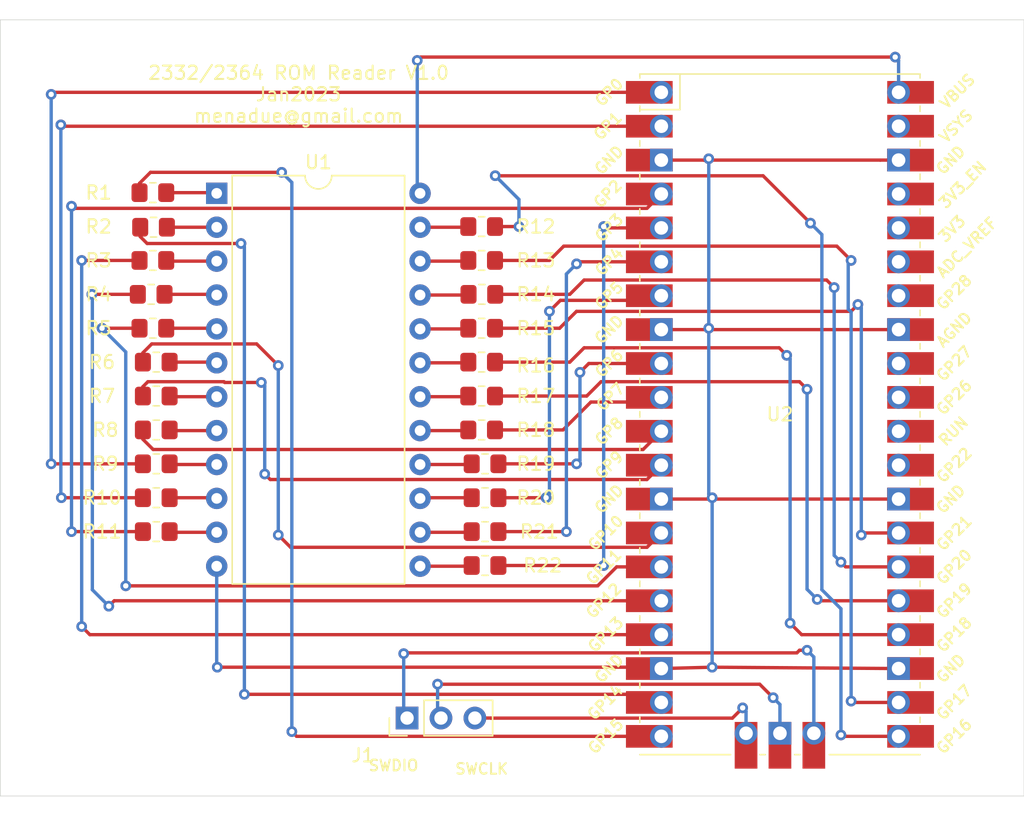
<source format=kicad_pcb>
(kicad_pcb (version 20171130) (host pcbnew 5.1.5+dfsg1-2build2)

  (general
    (thickness 1.6)
    (drawings 5)
    (tracks 286)
    (zones 0)
    (modules 25)
    (nets 59)
  )

  (page A4)
  (layers
    (0 F.Cu signal)
    (31 B.Cu signal)
    (32 B.Adhes user)
    (33 F.Adhes user)
    (34 B.Paste user)
    (35 F.Paste user)
    (36 B.SilkS user)
    (37 F.SilkS user)
    (38 B.Mask user)
    (39 F.Mask user)
    (40 Dwgs.User user)
    (41 Cmts.User user)
    (42 Eco1.User user)
    (43 Eco2.User user)
    (44 Edge.Cuts user)
    (45 Margin user)
    (46 B.CrtYd user)
    (47 F.CrtYd user)
    (48 B.Fab user)
    (49 F.Fab user)
  )

  (setup
    (last_trace_width 0.25)
    (trace_clearance 0.2)
    (zone_clearance 0.508)
    (zone_45_only no)
    (trace_min 0.2)
    (via_size 0.8)
    (via_drill 0.4)
    (via_min_size 0.4)
    (via_min_drill 0.3)
    (uvia_size 0.3)
    (uvia_drill 0.1)
    (uvias_allowed no)
    (uvia_min_size 0.2)
    (uvia_min_drill 0.1)
    (edge_width 0.05)
    (segment_width 0.2)
    (pcb_text_width 0.3)
    (pcb_text_size 1.5 1.5)
    (mod_edge_width 0.12)
    (mod_text_size 1 1)
    (mod_text_width 0.15)
    (pad_size 1.524 1.524)
    (pad_drill 0.762)
    (pad_to_mask_clearance 0.051)
    (solder_mask_min_width 0.25)
    (aux_axis_origin 0 0)
    (visible_elements FFFFFF7F)
    (pcbplotparams
      (layerselection 0x010fc_ffffffff)
      (usegerberextensions false)
      (usegerberattributes false)
      (usegerberadvancedattributes false)
      (creategerberjobfile false)
      (excludeedgelayer true)
      (linewidth 0.100000)
      (plotframeref false)
      (viasonmask false)
      (mode 1)
      (useauxorigin false)
      (hpglpennumber 1)
      (hpglpenspeed 20)
      (hpglpendiameter 15.000000)
      (psnegative false)
      (psa4output false)
      (plotreference true)
      (plotvalue true)
      (plotinvisibletext false)
      (padsonsilk false)
      (subtractmaskfromsilk false)
      (outputformat 1)
      (mirror false)
      (drillshape 0)
      (scaleselection 1)
      (outputdirectory "fab1/"))
  )

  (net 0 "")
  (net 1 A7)
  (net 2 "Net-(R1-Pad1)")
  (net 3 A6)
  (net 4 "Net-(R2-Pad1)")
  (net 5 A5)
  (net 6 "Net-(R3-Pad1)")
  (net 7 A4)
  (net 8 "Net-(R4-Pad1)")
  (net 9 A3)
  (net 10 "Net-(R5-Pad1)")
  (net 11 A2)
  (net 12 "Net-(R6-Pad1)")
  (net 13 A1)
  (net 14 "Net-(R7-Pad1)")
  (net 15 A0)
  (net 16 "Net-(R8-Pad1)")
  (net 17 D0)
  (net 18 "Net-(R9-Pad1)")
  (net 19 D1)
  (net 20 "Net-(R10-Pad1)")
  (net 21 D2)
  (net 22 "Net-(R11-Pad1)")
  (net 23 "Net-(R12-Pad2)")
  (net 24 A8)
  (net 25 "Net-(R13-Pad2)")
  (net 26 A9)
  (net 27 "Net-(R14-Pad2)")
  (net 28 A12)
  (net 29 "Net-(R15-Pad2)")
  (net 30 CS1)
  (net 31 "Net-(R16-Pad2)")
  (net 32 A10)
  (net 33 "Net-(R17-Pad2)")
  (net 34 A11)
  (net 35 "Net-(R18-Pad2)")
  (net 36 D7)
  (net 37 "Net-(R19-Pad2)")
  (net 38 D6)
  (net 39 "Net-(R20-Pad2)")
  (net 40 D5)
  (net 41 "Net-(R21-Pad2)")
  (net 42 D4)
  (net 43 "Net-(R22-Pad2)")
  (net 44 D3)
  (net 45 VCC)
  (net 46 GND)
  (net 47 "Net-(J1-Pad1)")
  (net 48 "Net-(J1-Pad2)")
  (net 49 "Net-(J1-Pad3)")
  (net 50 "Net-(U2-Pad29)")
  (net 51 "Net-(U2-Pad30)")
  (net 52 "Net-(U2-Pad31)")
  (net 53 "Net-(U2-Pad32)")
  (net 54 "Net-(U2-Pad34)")
  (net 55 "Net-(U2-Pad35)")
  (net 56 "Net-(U2-Pad36)")
  (net 57 "Net-(U2-Pad37)")
  (net 58 "Net-(U2-Pad39)")

  (net_class Default "This is the default net class."
    (clearance 0.2)
    (trace_width 0.25)
    (via_dia 0.8)
    (via_drill 0.4)
    (uvia_dia 0.3)
    (uvia_drill 0.1)
    (add_net A0)
    (add_net A1)
    (add_net A10)
    (add_net A11)
    (add_net A12)
    (add_net A2)
    (add_net A3)
    (add_net A4)
    (add_net A5)
    (add_net A6)
    (add_net A7)
    (add_net A8)
    (add_net A9)
    (add_net CS1)
    (add_net D0)
    (add_net D1)
    (add_net D2)
    (add_net D3)
    (add_net D4)
    (add_net D5)
    (add_net D6)
    (add_net D7)
    (add_net GND)
    (add_net "Net-(J1-Pad1)")
    (add_net "Net-(J1-Pad2)")
    (add_net "Net-(J1-Pad3)")
    (add_net "Net-(R1-Pad1)")
    (add_net "Net-(R10-Pad1)")
    (add_net "Net-(R11-Pad1)")
    (add_net "Net-(R12-Pad2)")
    (add_net "Net-(R13-Pad2)")
    (add_net "Net-(R14-Pad2)")
    (add_net "Net-(R15-Pad2)")
    (add_net "Net-(R16-Pad2)")
    (add_net "Net-(R17-Pad2)")
    (add_net "Net-(R18-Pad2)")
    (add_net "Net-(R19-Pad2)")
    (add_net "Net-(R2-Pad1)")
    (add_net "Net-(R20-Pad2)")
    (add_net "Net-(R21-Pad2)")
    (add_net "Net-(R22-Pad2)")
    (add_net "Net-(R3-Pad1)")
    (add_net "Net-(R4-Pad1)")
    (add_net "Net-(R5-Pad1)")
    (add_net "Net-(R6-Pad1)")
    (add_net "Net-(R7-Pad1)")
    (add_net "Net-(R8-Pad1)")
    (add_net "Net-(R9-Pad1)")
    (add_net "Net-(U2-Pad29)")
    (add_net "Net-(U2-Pad30)")
    (add_net "Net-(U2-Pad31)")
    (add_net "Net-(U2-Pad32)")
    (add_net "Net-(U2-Pad34)")
    (add_net "Net-(U2-Pad35)")
    (add_net "Net-(U2-Pad36)")
    (add_net "Net-(U2-Pad37)")
    (add_net "Net-(U2-Pad39)")
    (add_net VCC)
  )

  (module Connector_PinHeader_2.54mm:PinHeader_1x03_P2.54mm_Vertical (layer F.Cu) (tedit 59FED5CC) (tstamp 63BBDD32)
    (at 29.21 34.544 90)
    (descr "Through hole straight pin header, 1x03, 2.54mm pitch, single row")
    (tags "Through hole pin header THT 1x03 2.54mm single row")
    (path /63BD2BBE)
    (fp_text reference J1 (at -2.794 -3.302 180) (layer F.SilkS)
      (effects (font (size 1 1) (thickness 0.15)))
    )
    (fp_text value Conn_01x03_Female (at 0 7.41 90) (layer F.Fab)
      (effects (font (size 1 1) (thickness 0.15)))
    )
    (fp_text user %R (at 0 2.54) (layer F.Fab)
      (effects (font (size 1 1) (thickness 0.15)))
    )
    (fp_line (start 1.8 -1.8) (end -1.8 -1.8) (layer F.CrtYd) (width 0.05))
    (fp_line (start 1.8 6.85) (end 1.8 -1.8) (layer F.CrtYd) (width 0.05))
    (fp_line (start -1.8 6.85) (end 1.8 6.85) (layer F.CrtYd) (width 0.05))
    (fp_line (start -1.8 -1.8) (end -1.8 6.85) (layer F.CrtYd) (width 0.05))
    (fp_line (start -1.33 -1.33) (end 0 -1.33) (layer F.SilkS) (width 0.12))
    (fp_line (start -1.33 0) (end -1.33 -1.33) (layer F.SilkS) (width 0.12))
    (fp_line (start -1.33 1.27) (end 1.33 1.27) (layer F.SilkS) (width 0.12))
    (fp_line (start 1.33 1.27) (end 1.33 6.41) (layer F.SilkS) (width 0.12))
    (fp_line (start -1.33 1.27) (end -1.33 6.41) (layer F.SilkS) (width 0.12))
    (fp_line (start -1.33 6.41) (end 1.33 6.41) (layer F.SilkS) (width 0.12))
    (fp_line (start -1.27 -0.635) (end -0.635 -1.27) (layer F.Fab) (width 0.1))
    (fp_line (start -1.27 6.35) (end -1.27 -0.635) (layer F.Fab) (width 0.1))
    (fp_line (start 1.27 6.35) (end -1.27 6.35) (layer F.Fab) (width 0.1))
    (fp_line (start 1.27 -1.27) (end 1.27 6.35) (layer F.Fab) (width 0.1))
    (fp_line (start -0.635 -1.27) (end 1.27 -1.27) (layer F.Fab) (width 0.1))
    (pad 3 thru_hole oval (at 0 5.08 90) (size 1.7 1.7) (drill 1) (layers *.Cu *.Mask)
      (net 49 "Net-(J1-Pad3)"))
    (pad 2 thru_hole oval (at 0 2.54 90) (size 1.7 1.7) (drill 1) (layers *.Cu *.Mask)
      (net 48 "Net-(J1-Pad2)"))
    (pad 1 thru_hole rect (at 0 0 90) (size 1.7 1.7) (drill 1) (layers *.Cu *.Mask)
      (net 47 "Net-(J1-Pad1)"))
    (model ${KISYS3DMOD}/Connector_PinHeader_2.54mm.3dshapes/PinHeader_1x03_P2.54mm_Vertical.wrl
      (at (xyz 0 0 0))
      (scale (xyz 1 1 1))
      (rotate (xyz 0 0 0))
    )
  )

  (module rp2040:RPi_Pico_SMD_TH (layer F.Cu) (tedit 5F638C80) (tstamp 63BBB365)
    (at 57.15 11.7856)
    (descr "Through hole straight pin header, 2x20, 2.54mm pitch, double rows")
    (tags "Through hole pin header THT 2x20 2.54mm double row")
    (path /63BB3827)
    (fp_text reference U2 (at 0 0) (layer F.SilkS)
      (effects (font (size 1 1) (thickness 0.15)))
    )
    (fp_text value Pico (at 0 2.159) (layer F.Fab)
      (effects (font (size 1 1) (thickness 0.15)))
    )
    (fp_text user "Copper Keepouts shown on Dwgs layer" (at 0.1 -30.2) (layer Cmts.User)
      (effects (font (size 1 1) (thickness 0.15)))
    )
    (fp_poly (pts (xy 3.7 -20.2) (xy -3.7 -20.2) (xy -3.7 -24.9) (xy 3.7 -24.9)) (layer Dwgs.User) (width 0.1))
    (fp_poly (pts (xy -1.5 -11.5) (xy -3.5 -11.5) (xy -3.5 -13.5) (xy -1.5 -13.5)) (layer Dwgs.User) (width 0.1))
    (fp_poly (pts (xy -1.5 -14) (xy -3.5 -14) (xy -3.5 -16) (xy -1.5 -16)) (layer Dwgs.User) (width 0.1))
    (fp_poly (pts (xy -1.5 -16.5) (xy -3.5 -16.5) (xy -3.5 -18.5) (xy -1.5 -18.5)) (layer Dwgs.User) (width 0.1))
    (fp_text user SWDIO (at -28.956 26.3144) (layer F.SilkS)
      (effects (font (size 0.8 0.8) (thickness 0.15)))
    )
    (fp_text user SWCLK (at -22.352 26.5684) (layer F.SilkS)
      (effects (font (size 0.8 0.8) (thickness 0.15)))
    )
    (fp_text user AGND (at 13.054 -6.35 45) (layer F.SilkS)
      (effects (font (size 0.8 0.8) (thickness 0.15)))
    )
    (fp_text user GND (at 12.8 -19.05 45) (layer F.SilkS)
      (effects (font (size 0.8 0.8) (thickness 0.15)))
    )
    (fp_text user GND (at 12.8 6.35 45) (layer F.SilkS)
      (effects (font (size 0.8 0.8) (thickness 0.15)))
    )
    (fp_text user GND (at 12.8 19.05 45) (layer F.SilkS)
      (effects (font (size 0.8 0.8) (thickness 0.15)))
    )
    (fp_text user GND (at -12.8 19.05 45) (layer F.SilkS)
      (effects (font (size 0.8 0.8) (thickness 0.15)))
    )
    (fp_text user GND (at -12.8 6.35 45) (layer F.SilkS)
      (effects (font (size 0.8 0.8) (thickness 0.15)))
    )
    (fp_text user GND (at -12.8 -6.35 45) (layer F.SilkS)
      (effects (font (size 0.8 0.8) (thickness 0.15)))
    )
    (fp_text user GND (at -12.8 -19.05 45) (layer F.SilkS)
      (effects (font (size 0.8 0.8) (thickness 0.15)))
    )
    (fp_text user VBUS (at 13.3 -24.2 45) (layer F.SilkS)
      (effects (font (size 0.8 0.8) (thickness 0.15)))
    )
    (fp_text user VSYS (at 13.2 -21.59 45) (layer F.SilkS)
      (effects (font (size 0.8 0.8) (thickness 0.15)))
    )
    (fp_text user 3V3_EN (at 13.7 -17.2 45) (layer F.SilkS)
      (effects (font (size 0.8 0.8) (thickness 0.15)))
    )
    (fp_text user 3V3 (at 12.9 -13.9 45) (layer F.SilkS)
      (effects (font (size 0.8 0.8) (thickness 0.15)))
    )
    (fp_text user ADC_VREF (at 14 -12.5 45) (layer F.SilkS)
      (effects (font (size 0.8 0.8) (thickness 0.15)))
    )
    (fp_text user GP28 (at 13.054 -9.144 45) (layer F.SilkS)
      (effects (font (size 0.8 0.8) (thickness 0.15)))
    )
    (fp_text user GP27 (at 13.054 -3.8 45) (layer F.SilkS)
      (effects (font (size 0.8 0.8) (thickness 0.15)))
    )
    (fp_text user GP26 (at 13.054 -1.27 45) (layer F.SilkS)
      (effects (font (size 0.8 0.8) (thickness 0.15)))
    )
    (fp_text user RUN (at 13 1.27 45) (layer F.SilkS)
      (effects (font (size 0.8 0.8) (thickness 0.15)))
    )
    (fp_text user GP22 (at 13.054 3.81 45) (layer F.SilkS)
      (effects (font (size 0.8 0.8) (thickness 0.15)))
    )
    (fp_text user GP21 (at 13.054 8.9 45) (layer F.SilkS)
      (effects (font (size 0.8 0.8) (thickness 0.15)))
    )
    (fp_text user GP20 (at 13.054 11.43 45) (layer F.SilkS)
      (effects (font (size 0.8 0.8) (thickness 0.15)))
    )
    (fp_text user GP19 (at 13.054 13.97 45) (layer F.SilkS)
      (effects (font (size 0.8 0.8) (thickness 0.15)))
    )
    (fp_text user GP18 (at 13.054 16.51 45) (layer F.SilkS)
      (effects (font (size 0.8 0.8) (thickness 0.15)))
    )
    (fp_text user GP17 (at 13.054 21.59 45) (layer F.SilkS)
      (effects (font (size 0.8 0.8) (thickness 0.15)))
    )
    (fp_text user GP16 (at 13.054 24.13 45) (layer F.SilkS)
      (effects (font (size 0.8 0.8) (thickness 0.15)))
    )
    (fp_text user GP15 (at -13.054 24.13 45) (layer F.SilkS)
      (effects (font (size 0.8 0.8) (thickness 0.15)))
    )
    (fp_text user GP14 (at -13.1 21.59 45) (layer F.SilkS)
      (effects (font (size 0.8 0.8) (thickness 0.15)))
    )
    (fp_text user GP13 (at -13.054 16.51 45) (layer F.SilkS)
      (effects (font (size 0.8 0.8) (thickness 0.15)))
    )
    (fp_text user GP12 (at -13.2 13.97 45) (layer F.SilkS)
      (effects (font (size 0.8 0.8) (thickness 0.15)))
    )
    (fp_text user GP11 (at -13.2 11.43 45) (layer F.SilkS)
      (effects (font (size 0.8 0.8) (thickness 0.15)))
    )
    (fp_text user GP10 (at -13.054 8.89 45) (layer F.SilkS)
      (effects (font (size 0.8 0.8) (thickness 0.15)))
    )
    (fp_text user GP9 (at -12.8 3.81 45) (layer F.SilkS)
      (effects (font (size 0.8 0.8) (thickness 0.15)))
    )
    (fp_text user GP8 (at -12.8 1.27 45) (layer F.SilkS)
      (effects (font (size 0.8 0.8) (thickness 0.15)))
    )
    (fp_text user GP7 (at -12.7 -1.3 45) (layer F.SilkS)
      (effects (font (size 0.8 0.8) (thickness 0.15)))
    )
    (fp_text user GP6 (at -12.8 -3.81 45) (layer F.SilkS)
      (effects (font (size 0.8 0.8) (thickness 0.15)))
    )
    (fp_text user GP5 (at -12.8 -8.89 45) (layer F.SilkS)
      (effects (font (size 0.8 0.8) (thickness 0.15)))
    )
    (fp_text user GP4 (at -12.8 -11.43 45) (layer F.SilkS)
      (effects (font (size 0.8 0.8) (thickness 0.15)))
    )
    (fp_text user GP3 (at -12.8 -13.97 45) (layer F.SilkS)
      (effects (font (size 0.8 0.8) (thickness 0.15)))
    )
    (fp_text user GP0 (at -12.8 -24.13 45) (layer F.SilkS)
      (effects (font (size 0.8 0.8) (thickness 0.15)))
    )
    (fp_text user GP2 (at -12.9 -16.51 45) (layer F.SilkS)
      (effects (font (size 0.8 0.8) (thickness 0.15)))
    )
    (fp_text user GP1 (at -12.9 -21.6 45) (layer F.SilkS)
      (effects (font (size 0.8 0.8) (thickness 0.15)))
    )
    (fp_text user %R (at 0 0 180) (layer F.Fab)
      (effects (font (size 1 1) (thickness 0.15)))
    )
    (fp_line (start -10.5 -25.5) (end 10.5 -25.5) (layer F.Fab) (width 0.12))
    (fp_line (start 10.5 -25.5) (end 10.5 25.5) (layer F.Fab) (width 0.12))
    (fp_line (start 10.5 25.5) (end -10.5 25.5) (layer F.Fab) (width 0.12))
    (fp_line (start -10.5 25.5) (end -10.5 -25.5) (layer F.Fab) (width 0.12))
    (fp_line (start -10.5 -24.2) (end -9.2 -25.5) (layer F.Fab) (width 0.12))
    (fp_line (start -11 -26) (end 11 -26) (layer F.CrtYd) (width 0.12))
    (fp_line (start 11 -26) (end 11 26) (layer F.CrtYd) (width 0.12))
    (fp_line (start 11 26) (end -11 26) (layer F.CrtYd) (width 0.12))
    (fp_line (start -11 26) (end -11 -26) (layer F.CrtYd) (width 0.12))
    (fp_line (start -10.5 -25.5) (end 10.5 -25.5) (layer F.SilkS) (width 0.12))
    (fp_line (start -3.7 25.5) (end -10.5 25.5) (layer F.SilkS) (width 0.12))
    (fp_line (start -10.5 -22.833) (end -7.493 -22.833) (layer F.SilkS) (width 0.12))
    (fp_line (start -7.493 -22.833) (end -7.493 -25.5) (layer F.SilkS) (width 0.12))
    (fp_line (start -10.5 -25.5) (end -10.5 -25.2) (layer F.SilkS) (width 0.12))
    (fp_line (start -10.5 -23.1) (end -10.5 -22.7) (layer F.SilkS) (width 0.12))
    (fp_line (start -10.5 -20.5) (end -10.5 -20.1) (layer F.SilkS) (width 0.12))
    (fp_line (start -10.5 -18) (end -10.5 -17.6) (layer F.SilkS) (width 0.12))
    (fp_line (start -10.5 -15.4) (end -10.5 -15) (layer F.SilkS) (width 0.12))
    (fp_line (start -10.5 -12.9) (end -10.5 -12.5) (layer F.SilkS) (width 0.12))
    (fp_line (start -10.5 -10.4) (end -10.5 -10) (layer F.SilkS) (width 0.12))
    (fp_line (start -10.5 -7.8) (end -10.5 -7.4) (layer F.SilkS) (width 0.12))
    (fp_line (start -10.5 -5.3) (end -10.5 -4.9) (layer F.SilkS) (width 0.12))
    (fp_line (start -10.5 -2.7) (end -10.5 -2.3) (layer F.SilkS) (width 0.12))
    (fp_line (start -10.5 -0.2) (end -10.5 0.2) (layer F.SilkS) (width 0.12))
    (fp_line (start -10.5 2.3) (end -10.5 2.7) (layer F.SilkS) (width 0.12))
    (fp_line (start -10.5 4.9) (end -10.5 5.3) (layer F.SilkS) (width 0.12))
    (fp_line (start -10.5 7.4) (end -10.5 7.8) (layer F.SilkS) (width 0.12))
    (fp_line (start -10.5 10) (end -10.5 10.4) (layer F.SilkS) (width 0.12))
    (fp_line (start -10.5 12.5) (end -10.5 12.9) (layer F.SilkS) (width 0.12))
    (fp_line (start -10.5 15.1) (end -10.5 15.5) (layer F.SilkS) (width 0.12))
    (fp_line (start -10.5 17.6) (end -10.5 18) (layer F.SilkS) (width 0.12))
    (fp_line (start -10.5 20.1) (end -10.5 20.5) (layer F.SilkS) (width 0.12))
    (fp_line (start -10.5 22.7) (end -10.5 23.1) (layer F.SilkS) (width 0.12))
    (fp_line (start 10.5 -10.4) (end 10.5 -10) (layer F.SilkS) (width 0.12))
    (fp_line (start 10.5 -5.3) (end 10.5 -4.9) (layer F.SilkS) (width 0.12))
    (fp_line (start 10.5 2.3) (end 10.5 2.7) (layer F.SilkS) (width 0.12))
    (fp_line (start 10.5 10) (end 10.5 10.4) (layer F.SilkS) (width 0.12))
    (fp_line (start 10.5 -20.5) (end 10.5 -20.1) (layer F.SilkS) (width 0.12))
    (fp_line (start 10.5 -23.1) (end 10.5 -22.7) (layer F.SilkS) (width 0.12))
    (fp_line (start 10.5 -15.4) (end 10.5 -15) (layer F.SilkS) (width 0.12))
    (fp_line (start 10.5 17.6) (end 10.5 18) (layer F.SilkS) (width 0.12))
    (fp_line (start 10.5 22.7) (end 10.5 23.1) (layer F.SilkS) (width 0.12))
    (fp_line (start 10.5 20.1) (end 10.5 20.5) (layer F.SilkS) (width 0.12))
    (fp_line (start 10.5 4.9) (end 10.5 5.3) (layer F.SilkS) (width 0.12))
    (fp_line (start 10.5 -0.2) (end 10.5 0.2) (layer F.SilkS) (width 0.12))
    (fp_line (start 10.5 -12.9) (end 10.5 -12.5) (layer F.SilkS) (width 0.12))
    (fp_line (start 10.5 -7.8) (end 10.5 -7.4) (layer F.SilkS) (width 0.12))
    (fp_line (start 10.5 12.5) (end 10.5 12.9) (layer F.SilkS) (width 0.12))
    (fp_line (start 10.5 -2.7) (end 10.5 -2.3) (layer F.SilkS) (width 0.12))
    (fp_line (start 10.5 -25.5) (end 10.5 -25.2) (layer F.SilkS) (width 0.12))
    (fp_line (start 10.5 -18) (end 10.5 -17.6) (layer F.SilkS) (width 0.12))
    (fp_line (start 10.5 7.4) (end 10.5 7.8) (layer F.SilkS) (width 0.12))
    (fp_line (start 10.5 15.1) (end 10.5 15.5) (layer F.SilkS) (width 0.12))
    (fp_line (start 10.5 25.5) (end 3.7 25.5) (layer F.SilkS) (width 0.12))
    (fp_line (start -1.5 25.5) (end -1.1 25.5) (layer F.SilkS) (width 0.12))
    (fp_line (start 1.1 25.5) (end 1.5 25.5) (layer F.SilkS) (width 0.12))
    (pad 43 thru_hole oval (at 2.54 23.9) (size 1.7 1.7) (drill 1.02) (layers *.Cu *.Mask)
      (net 47 "Net-(J1-Pad1)"))
    (pad 43 smd rect (at 2.54 23.9 90) (size 3.5 1.7) (drill (offset -0.9 0)) (layers F.Cu F.Mask)
      (net 47 "Net-(J1-Pad1)"))
    (pad 42 thru_hole rect (at 0 23.9) (size 1.7 1.7) (drill 1.02) (layers *.Cu *.Mask)
      (net 48 "Net-(J1-Pad2)"))
    (pad 42 smd rect (at 0 23.9 90) (size 3.5 1.7) (drill (offset -0.9 0)) (layers F.Cu F.Mask)
      (net 48 "Net-(J1-Pad2)"))
    (pad 41 thru_hole oval (at -2.54 23.9) (size 1.7 1.7) (drill 1.02) (layers *.Cu *.Mask)
      (net 49 "Net-(J1-Pad3)"))
    (pad 41 smd rect (at -2.54 23.9 90) (size 3.5 1.7) (drill (offset -0.9 0)) (layers F.Cu F.Mask)
      (net 49 "Net-(J1-Pad3)"))
    (pad "" np_thru_hole oval (at 2.425 -20.97) (size 1.5 1.5) (drill 1.5) (layers *.Cu *.Mask))
    (pad "" np_thru_hole oval (at -2.425 -20.97) (size 1.5 1.5) (drill 1.5) (layers *.Cu *.Mask))
    (pad "" np_thru_hole oval (at 2.725 -24) (size 1.8 1.8) (drill 1.8) (layers *.Cu *.Mask))
    (pad "" np_thru_hole oval (at -2.725 -24) (size 1.8 1.8) (drill 1.8) (layers *.Cu *.Mask))
    (pad 21 smd rect (at 8.89 24.13) (size 3.5 1.7) (drill (offset 0.9 0)) (layers F.Cu F.Mask)
      (net 24 A8))
    (pad 22 smd rect (at 8.89 21.59) (size 3.5 1.7) (drill (offset 0.9 0)) (layers F.Cu F.Mask)
      (net 26 A9))
    (pad 23 smd rect (at 8.89 19.05) (size 3.5 1.7) (drill (offset 0.9 0)) (layers F.Cu F.Mask)
      (net 46 GND))
    (pad 24 smd rect (at 8.89 16.51) (size 3.5 1.7) (drill (offset 0.9 0)) (layers F.Cu F.Mask)
      (net 32 A10))
    (pad 25 smd rect (at 8.89 13.97) (size 3.5 1.7) (drill (offset 0.9 0)) (layers F.Cu F.Mask)
      (net 34 A11))
    (pad 26 smd rect (at 8.89 11.43) (size 3.5 1.7) (drill (offset 0.9 0)) (layers F.Cu F.Mask)
      (net 28 A12))
    (pad 27 smd rect (at 8.89 8.89) (size 3.5 1.7) (drill (offset 0.9 0)) (layers F.Cu F.Mask)
      (net 30 CS1))
    (pad 28 smd rect (at 8.89 6.35) (size 3.5 1.7) (drill (offset 0.9 0)) (layers F.Cu F.Mask)
      (net 46 GND))
    (pad 29 smd rect (at 8.89 3.81) (size 3.5 1.7) (drill (offset 0.9 0)) (layers F.Cu F.Mask)
      (net 50 "Net-(U2-Pad29)"))
    (pad 30 smd rect (at 8.89 1.27) (size 3.5 1.7) (drill (offset 0.9 0)) (layers F.Cu F.Mask)
      (net 51 "Net-(U2-Pad30)"))
    (pad 31 smd rect (at 8.89 -1.27) (size 3.5 1.7) (drill (offset 0.9 0)) (layers F.Cu F.Mask)
      (net 52 "Net-(U2-Pad31)"))
    (pad 32 smd rect (at 8.89 -3.81) (size 3.5 1.7) (drill (offset 0.9 0)) (layers F.Cu F.Mask)
      (net 53 "Net-(U2-Pad32)"))
    (pad 33 smd rect (at 8.89 -6.35) (size 3.5 1.7) (drill (offset 0.9 0)) (layers F.Cu F.Mask)
      (net 46 GND))
    (pad 34 smd rect (at 8.89 -8.89) (size 3.5 1.7) (drill (offset 0.9 0)) (layers F.Cu F.Mask)
      (net 54 "Net-(U2-Pad34)"))
    (pad 35 smd rect (at 8.89 -11.43) (size 3.5 1.7) (drill (offset 0.9 0)) (layers F.Cu F.Mask)
      (net 55 "Net-(U2-Pad35)"))
    (pad 36 smd rect (at 8.89 -13.97) (size 3.5 1.7) (drill (offset 0.9 0)) (layers F.Cu F.Mask)
      (net 56 "Net-(U2-Pad36)"))
    (pad 37 smd rect (at 8.89 -16.51) (size 3.5 1.7) (drill (offset 0.9 0)) (layers F.Cu F.Mask)
      (net 57 "Net-(U2-Pad37)"))
    (pad 38 smd rect (at 8.89 -19.05) (size 3.5 1.7) (drill (offset 0.9 0)) (layers F.Cu F.Mask)
      (net 46 GND))
    (pad 39 smd rect (at 8.89 -21.59) (size 3.5 1.7) (drill (offset 0.9 0)) (layers F.Cu F.Mask)
      (net 58 "Net-(U2-Pad39)"))
    (pad 40 smd rect (at 8.89 -24.13) (size 3.5 1.7) (drill (offset 0.9 0)) (layers F.Cu F.Mask)
      (net 45 VCC))
    (pad 20 smd rect (at -8.89 24.13) (size 3.5 1.7) (drill (offset -0.9 0)) (layers F.Cu F.Mask)
      (net 1 A7))
    (pad 19 smd rect (at -8.89 21.59) (size 3.5 1.7) (drill (offset -0.9 0)) (layers F.Cu F.Mask)
      (net 3 A6))
    (pad 18 smd rect (at -8.89 19.05) (size 3.5 1.7) (drill (offset -0.9 0)) (layers F.Cu F.Mask)
      (net 46 GND))
    (pad 17 smd rect (at -8.89 16.51) (size 3.5 1.7) (drill (offset -0.9 0)) (layers F.Cu F.Mask)
      (net 5 A5))
    (pad 16 smd rect (at -8.89 13.97) (size 3.5 1.7) (drill (offset -0.9 0)) (layers F.Cu F.Mask)
      (net 7 A4))
    (pad 15 smd rect (at -8.89 11.43) (size 3.5 1.7) (drill (offset -0.9 0)) (layers F.Cu F.Mask)
      (net 9 A3))
    (pad 14 smd rect (at -8.89 8.89) (size 3.5 1.7) (drill (offset -0.9 0)) (layers F.Cu F.Mask)
      (net 11 A2))
    (pad 13 smd rect (at -8.89 6.35) (size 3.5 1.7) (drill (offset -0.9 0)) (layers F.Cu F.Mask)
      (net 46 GND))
    (pad 12 smd rect (at -8.89 3.81) (size 3.5 1.7) (drill (offset -0.9 0)) (layers F.Cu F.Mask)
      (net 13 A1))
    (pad 11 smd rect (at -8.89 1.27) (size 3.5 1.7) (drill (offset -0.9 0)) (layers F.Cu F.Mask)
      (net 15 A0))
    (pad 10 smd rect (at -8.89 -1.27) (size 3.5 1.7) (drill (offset -0.9 0)) (layers F.Cu F.Mask)
      (net 36 D7))
    (pad 9 smd rect (at -8.89 -3.81) (size 3.5 1.7) (drill (offset -0.9 0)) (layers F.Cu F.Mask)
      (net 38 D6))
    (pad 8 smd rect (at -8.89 -6.35) (size 3.5 1.7) (drill (offset -0.9 0)) (layers F.Cu F.Mask)
      (net 46 GND))
    (pad 7 smd rect (at -8.89 -8.89) (size 3.5 1.7) (drill (offset -0.9 0)) (layers F.Cu F.Mask)
      (net 40 D5))
    (pad 6 smd rect (at -8.89 -11.43) (size 3.5 1.7) (drill (offset -0.9 0)) (layers F.Cu F.Mask)
      (net 42 D4))
    (pad 5 smd rect (at -8.89 -13.97) (size 3.5 1.7) (drill (offset -0.9 0)) (layers F.Cu F.Mask)
      (net 44 D3))
    (pad 4 smd rect (at -8.89 -16.51) (size 3.5 1.7) (drill (offset -0.9 0)) (layers F.Cu F.Mask)
      (net 21 D2))
    (pad 3 smd rect (at -8.89 -19.05) (size 3.5 1.7) (drill (offset -0.9 0)) (layers F.Cu F.Mask)
      (net 46 GND))
    (pad 2 smd rect (at -8.89 -21.59) (size 3.5 1.7) (drill (offset -0.9 0)) (layers F.Cu F.Mask)
      (net 19 D1))
    (pad 1 smd rect (at -8.89 -24.13) (size 3.5 1.7) (drill (offset -0.9 0)) (layers F.Cu F.Mask)
      (net 17 D0))
    (pad 40 thru_hole oval (at 8.89 -24.13) (size 1.7 1.7) (drill 1.02) (layers *.Cu *.Mask)
      (net 45 VCC))
    (pad 39 thru_hole oval (at 8.89 -21.59) (size 1.7 1.7) (drill 1.02) (layers *.Cu *.Mask)
      (net 58 "Net-(U2-Pad39)"))
    (pad 38 thru_hole rect (at 8.89 -19.05) (size 1.7 1.7) (drill 1.02) (layers *.Cu *.Mask)
      (net 46 GND))
    (pad 37 thru_hole oval (at 8.89 -16.51) (size 1.7 1.7) (drill 1.02) (layers *.Cu *.Mask)
      (net 57 "Net-(U2-Pad37)"))
    (pad 36 thru_hole oval (at 8.89 -13.97) (size 1.7 1.7) (drill 1.02) (layers *.Cu *.Mask)
      (net 56 "Net-(U2-Pad36)"))
    (pad 35 thru_hole oval (at 8.89 -11.43) (size 1.7 1.7) (drill 1.02) (layers *.Cu *.Mask)
      (net 55 "Net-(U2-Pad35)"))
    (pad 34 thru_hole oval (at 8.89 -8.89) (size 1.7 1.7) (drill 1.02) (layers *.Cu *.Mask)
      (net 54 "Net-(U2-Pad34)"))
    (pad 33 thru_hole rect (at 8.89 -6.35) (size 1.7 1.7) (drill 1.02) (layers *.Cu *.Mask)
      (net 46 GND))
    (pad 32 thru_hole oval (at 8.89 -3.81) (size 1.7 1.7) (drill 1.02) (layers *.Cu *.Mask)
      (net 53 "Net-(U2-Pad32)"))
    (pad 31 thru_hole oval (at 8.89 -1.27) (size 1.7 1.7) (drill 1.02) (layers *.Cu *.Mask)
      (net 52 "Net-(U2-Pad31)"))
    (pad 30 thru_hole oval (at 8.89 1.27) (size 1.7 1.7) (drill 1.02) (layers *.Cu *.Mask)
      (net 51 "Net-(U2-Pad30)"))
    (pad 29 thru_hole oval (at 8.89 3.81) (size 1.7 1.7) (drill 1.02) (layers *.Cu *.Mask)
      (net 50 "Net-(U2-Pad29)"))
    (pad 28 thru_hole rect (at 8.89 6.35) (size 1.7 1.7) (drill 1.02) (layers *.Cu *.Mask)
      (net 46 GND))
    (pad 27 thru_hole oval (at 8.89 8.89) (size 1.7 1.7) (drill 1.02) (layers *.Cu *.Mask)
      (net 30 CS1))
    (pad 26 thru_hole oval (at 8.89 11.43) (size 1.7 1.7) (drill 1.02) (layers *.Cu *.Mask)
      (net 28 A12))
    (pad 25 thru_hole oval (at 8.89 13.97) (size 1.7 1.7) (drill 1.02) (layers *.Cu *.Mask)
      (net 34 A11))
    (pad 24 thru_hole oval (at 8.89 16.51) (size 1.7 1.7) (drill 1.02) (layers *.Cu *.Mask)
      (net 32 A10))
    (pad 23 thru_hole rect (at 8.89 19.05) (size 1.7 1.7) (drill 1.02) (layers *.Cu *.Mask)
      (net 46 GND))
    (pad 22 thru_hole oval (at 8.89 21.59) (size 1.7 1.7) (drill 1.02) (layers *.Cu *.Mask)
      (net 26 A9))
    (pad 21 thru_hole oval (at 8.89 24.13) (size 1.7 1.7) (drill 1.02) (layers *.Cu *.Mask)
      (net 24 A8))
    (pad 20 thru_hole oval (at -8.89 24.13) (size 1.7 1.7) (drill 1.02) (layers *.Cu *.Mask)
      (net 1 A7))
    (pad 19 thru_hole oval (at -8.89 21.59) (size 1.7 1.7) (drill 1.02) (layers *.Cu *.Mask)
      (net 3 A6))
    (pad 18 thru_hole rect (at -8.89 19.05) (size 1.7 1.7) (drill 1.02) (layers *.Cu *.Mask)
      (net 46 GND))
    (pad 17 thru_hole oval (at -8.89 16.51) (size 1.7 1.7) (drill 1.02) (layers *.Cu *.Mask)
      (net 5 A5))
    (pad 16 thru_hole oval (at -8.89 13.97) (size 1.7 1.7) (drill 1.02) (layers *.Cu *.Mask)
      (net 7 A4))
    (pad 15 thru_hole oval (at -8.89 11.43) (size 1.7 1.7) (drill 1.02) (layers *.Cu *.Mask)
      (net 9 A3))
    (pad 14 thru_hole oval (at -8.89 8.89) (size 1.7 1.7) (drill 1.02) (layers *.Cu *.Mask)
      (net 11 A2))
    (pad 13 thru_hole rect (at -8.89 6.35) (size 1.7 1.7) (drill 1.02) (layers *.Cu *.Mask)
      (net 46 GND))
    (pad 12 thru_hole oval (at -8.89 3.81) (size 1.7 1.7) (drill 1.02) (layers *.Cu *.Mask)
      (net 13 A1))
    (pad 11 thru_hole oval (at -8.89 1.27) (size 1.7 1.7) (drill 1.02) (layers *.Cu *.Mask)
      (net 15 A0))
    (pad 10 thru_hole oval (at -8.89 -1.27) (size 1.7 1.7) (drill 1.02) (layers *.Cu *.Mask)
      (net 36 D7))
    (pad 9 thru_hole oval (at -8.89 -3.81) (size 1.7 1.7) (drill 1.02) (layers *.Cu *.Mask)
      (net 38 D6))
    (pad 8 thru_hole rect (at -8.89 -6.35) (size 1.7 1.7) (drill 1.02) (layers *.Cu *.Mask)
      (net 46 GND))
    (pad 7 thru_hole oval (at -8.89 -8.89) (size 1.7 1.7) (drill 1.02) (layers *.Cu *.Mask)
      (net 40 D5))
    (pad 6 thru_hole oval (at -8.89 -11.43) (size 1.7 1.7) (drill 1.02) (layers *.Cu *.Mask)
      (net 42 D4))
    (pad 5 thru_hole oval (at -8.89 -13.97) (size 1.7 1.7) (drill 1.02) (layers *.Cu *.Mask)
      (net 44 D3))
    (pad 4 thru_hole oval (at -8.89 -16.51) (size 1.7 1.7) (drill 1.02) (layers *.Cu *.Mask)
      (net 21 D2))
    (pad 3 thru_hole rect (at -8.89 -19.05) (size 1.7 1.7) (drill 1.02) (layers *.Cu *.Mask)
      (net 46 GND))
    (pad 2 thru_hole oval (at -8.89 -21.59) (size 1.7 1.7) (drill 1.02) (layers *.Cu *.Mask)
      (net 19 D1))
    (pad 1 thru_hole oval (at -8.89 -24.13) (size 1.7 1.7) (drill 1.02) (layers *.Cu *.Mask)
      (net 17 D0))
  )

  (module Package_DIP:DIP-24_W15.24mm (layer F.Cu) (tedit 5A02E8C5) (tstamp 63BB89BC)
    (at 14.943401 -4.774999)
    (descr "24-lead though-hole mounted DIP package, row spacing 15.24 mm (600 mils)")
    (tags "THT DIP DIL PDIP 2.54mm 15.24mm 600mil")
    (path /63BB1BC9)
    (fp_text reference U1 (at 7.62 -2.33) (layer F.SilkS)
      (effects (font (size 1 1) (thickness 0.15)))
    )
    (fp_text value 2364 (at 7.62 30.27) (layer F.Fab)
      (effects (font (size 1 1) (thickness 0.15)))
    )
    (fp_text user %R (at 7.62 13.97) (layer F.Fab)
      (effects (font (size 1 1) (thickness 0.15)))
    )
    (fp_line (start 16.3 -1.55) (end -1.05 -1.55) (layer F.CrtYd) (width 0.05))
    (fp_line (start 16.3 29.5) (end 16.3 -1.55) (layer F.CrtYd) (width 0.05))
    (fp_line (start -1.05 29.5) (end 16.3 29.5) (layer F.CrtYd) (width 0.05))
    (fp_line (start -1.05 -1.55) (end -1.05 29.5) (layer F.CrtYd) (width 0.05))
    (fp_line (start 14.08 -1.33) (end 8.62 -1.33) (layer F.SilkS) (width 0.12))
    (fp_line (start 14.08 29.27) (end 14.08 -1.33) (layer F.SilkS) (width 0.12))
    (fp_line (start 1.16 29.27) (end 14.08 29.27) (layer F.SilkS) (width 0.12))
    (fp_line (start 1.16 -1.33) (end 1.16 29.27) (layer F.SilkS) (width 0.12))
    (fp_line (start 6.62 -1.33) (end 1.16 -1.33) (layer F.SilkS) (width 0.12))
    (fp_line (start 0.255 -0.27) (end 1.255 -1.27) (layer F.Fab) (width 0.1))
    (fp_line (start 0.255 29.21) (end 0.255 -0.27) (layer F.Fab) (width 0.1))
    (fp_line (start 14.985 29.21) (end 0.255 29.21) (layer F.Fab) (width 0.1))
    (fp_line (start 14.985 -1.27) (end 14.985 29.21) (layer F.Fab) (width 0.1))
    (fp_line (start 1.255 -1.27) (end 14.985 -1.27) (layer F.Fab) (width 0.1))
    (fp_arc (start 7.62 -1.33) (end 6.62 -1.33) (angle -180) (layer F.SilkS) (width 0.12))
    (pad 24 thru_hole oval (at 15.24 0) (size 1.6 1.6) (drill 0.8) (layers *.Cu *.Mask)
      (net 45 VCC))
    (pad 12 thru_hole oval (at 0 27.94) (size 1.6 1.6) (drill 0.8) (layers *.Cu *.Mask)
      (net 46 GND))
    (pad 23 thru_hole oval (at 15.24 2.54) (size 1.6 1.6) (drill 0.8) (layers *.Cu *.Mask)
      (net 23 "Net-(R12-Pad2)"))
    (pad 11 thru_hole oval (at 0 25.4) (size 1.6 1.6) (drill 0.8) (layers *.Cu *.Mask)
      (net 22 "Net-(R11-Pad1)"))
    (pad 22 thru_hole oval (at 15.24 5.08) (size 1.6 1.6) (drill 0.8) (layers *.Cu *.Mask)
      (net 25 "Net-(R13-Pad2)"))
    (pad 10 thru_hole oval (at 0 22.86) (size 1.6 1.6) (drill 0.8) (layers *.Cu *.Mask)
      (net 20 "Net-(R10-Pad1)"))
    (pad 21 thru_hole oval (at 15.24 7.62) (size 1.6 1.6) (drill 0.8) (layers *.Cu *.Mask)
      (net 27 "Net-(R14-Pad2)"))
    (pad 9 thru_hole oval (at 0 20.32) (size 1.6 1.6) (drill 0.8) (layers *.Cu *.Mask)
      (net 18 "Net-(R9-Pad1)"))
    (pad 20 thru_hole oval (at 15.24 10.16) (size 1.6 1.6) (drill 0.8) (layers *.Cu *.Mask)
      (net 29 "Net-(R15-Pad2)"))
    (pad 8 thru_hole oval (at 0 17.78) (size 1.6 1.6) (drill 0.8) (layers *.Cu *.Mask)
      (net 16 "Net-(R8-Pad1)"))
    (pad 19 thru_hole oval (at 15.24 12.7) (size 1.6 1.6) (drill 0.8) (layers *.Cu *.Mask)
      (net 31 "Net-(R16-Pad2)"))
    (pad 7 thru_hole oval (at 0 15.24) (size 1.6 1.6) (drill 0.8) (layers *.Cu *.Mask)
      (net 14 "Net-(R7-Pad1)"))
    (pad 18 thru_hole oval (at 15.24 15.24) (size 1.6 1.6) (drill 0.8) (layers *.Cu *.Mask)
      (net 33 "Net-(R17-Pad2)"))
    (pad 6 thru_hole oval (at 0 12.7) (size 1.6 1.6) (drill 0.8) (layers *.Cu *.Mask)
      (net 12 "Net-(R6-Pad1)"))
    (pad 17 thru_hole oval (at 15.24 17.78) (size 1.6 1.6) (drill 0.8) (layers *.Cu *.Mask)
      (net 35 "Net-(R18-Pad2)"))
    (pad 5 thru_hole oval (at 0 10.16) (size 1.6 1.6) (drill 0.8) (layers *.Cu *.Mask)
      (net 10 "Net-(R5-Pad1)"))
    (pad 16 thru_hole oval (at 15.24 20.32) (size 1.6 1.6) (drill 0.8) (layers *.Cu *.Mask)
      (net 37 "Net-(R19-Pad2)"))
    (pad 4 thru_hole oval (at 0 7.62) (size 1.6 1.6) (drill 0.8) (layers *.Cu *.Mask)
      (net 8 "Net-(R4-Pad1)"))
    (pad 15 thru_hole oval (at 15.24 22.86) (size 1.6 1.6) (drill 0.8) (layers *.Cu *.Mask)
      (net 39 "Net-(R20-Pad2)"))
    (pad 3 thru_hole oval (at 0 5.08) (size 1.6 1.6) (drill 0.8) (layers *.Cu *.Mask)
      (net 6 "Net-(R3-Pad1)"))
    (pad 14 thru_hole oval (at 15.24 25.4) (size 1.6 1.6) (drill 0.8) (layers *.Cu *.Mask)
      (net 41 "Net-(R21-Pad2)"))
    (pad 2 thru_hole oval (at 0 2.54) (size 1.6 1.6) (drill 0.8) (layers *.Cu *.Mask)
      (net 4 "Net-(R2-Pad1)"))
    (pad 13 thru_hole oval (at 15.24 27.94) (size 1.6 1.6) (drill 0.8) (layers *.Cu *.Mask)
      (net 43 "Net-(R22-Pad2)"))
    (pad 1 thru_hole rect (at 0 0) (size 1.6 1.6) (drill 0.8) (layers *.Cu *.Mask)
      (net 2 "Net-(R1-Pad1)"))
    (model ${KISYS3DMOD}/Package_DIP.3dshapes/DIP-24_W15.24mm.wrl
      (at (xyz 0 0 0))
      (scale (xyz 1 1 1))
      (rotate (xyz 0 0 0))
    )
  )

  (module Resistor_SMD:R_0805_2012Metric_Pad1.20x1.40mm_HandSolder (layer F.Cu) (tedit 5F68FEEE) (tstamp 63BB8990)
    (at 35.052 23.114 180)
    (descr "Resistor SMD 0805 (2012 Metric), square (rectangular) end terminal, IPC_7351 nominal with elongated pad for handsoldering. (Body size source: IPC-SM-782 page 72, https://www.pcb-3d.com/wordpress/wp-content/uploads/ipc-sm-782a_amendment_1_and_2.pdf), generated with kicad-footprint-generator")
    (tags "resistor handsolder")
    (path /63BC2BBC)
    (attr smd)
    (fp_text reference R22 (at -4.318 0) (layer F.SilkS)
      (effects (font (size 1 1) (thickness 0.15)))
    )
    (fp_text value R_Small (at 0 1.65) (layer F.Fab)
      (effects (font (size 1 1) (thickness 0.15)))
    )
    (fp_text user %R (at 0 0) (layer F.Fab)
      (effects (font (size 0.5 0.5) (thickness 0.08)))
    )
    (fp_line (start 1.85 0.95) (end -1.85 0.95) (layer F.CrtYd) (width 0.05))
    (fp_line (start 1.85 -0.95) (end 1.85 0.95) (layer F.CrtYd) (width 0.05))
    (fp_line (start -1.85 -0.95) (end 1.85 -0.95) (layer F.CrtYd) (width 0.05))
    (fp_line (start -1.85 0.95) (end -1.85 -0.95) (layer F.CrtYd) (width 0.05))
    (fp_line (start -0.227064 0.735) (end 0.227064 0.735) (layer F.SilkS) (width 0.12))
    (fp_line (start -0.227064 -0.735) (end 0.227064 -0.735) (layer F.SilkS) (width 0.12))
    (fp_line (start 1 0.625) (end -1 0.625) (layer F.Fab) (width 0.1))
    (fp_line (start 1 -0.625) (end 1 0.625) (layer F.Fab) (width 0.1))
    (fp_line (start -1 -0.625) (end 1 -0.625) (layer F.Fab) (width 0.1))
    (fp_line (start -1 0.625) (end -1 -0.625) (layer F.Fab) (width 0.1))
    (pad 2 smd roundrect (at 1 0 180) (size 1.2 1.4) (layers F.Cu F.Paste F.Mask) (roundrect_rratio 0.208333)
      (net 43 "Net-(R22-Pad2)"))
    (pad 1 smd roundrect (at -1 0 180) (size 1.2 1.4) (layers F.Cu F.Paste F.Mask) (roundrect_rratio 0.208333)
      (net 44 D3))
    (model ${KISYS3DMOD}/Resistor_SMD.3dshapes/R_0805_2012Metric.wrl
      (at (xyz 0 0 0))
      (scale (xyz 1 1 1))
      (rotate (xyz 0 0 0))
    )
  )

  (module Resistor_SMD:R_0805_2012Metric_Pad1.20x1.40mm_HandSolder (layer F.Cu) (tedit 5F68FEEE) (tstamp 63BB897F)
    (at 35.052 20.574 180)
    (descr "Resistor SMD 0805 (2012 Metric), square (rectangular) end terminal, IPC_7351 nominal with elongated pad for handsoldering. (Body size source: IPC-SM-782 page 72, https://www.pcb-3d.com/wordpress/wp-content/uploads/ipc-sm-782a_amendment_1_and_2.pdf), generated with kicad-footprint-generator")
    (tags "resistor handsolder")
    (path /63BC2BB6)
    (attr smd)
    (fp_text reference R21 (at -4.064 0) (layer F.SilkS)
      (effects (font (size 1 1) (thickness 0.15)))
    )
    (fp_text value R_Small (at 0 1.65) (layer F.Fab)
      (effects (font (size 1 1) (thickness 0.15)))
    )
    (fp_text user %R (at 0 0) (layer F.Fab)
      (effects (font (size 0.5 0.5) (thickness 0.08)))
    )
    (fp_line (start 1.85 0.95) (end -1.85 0.95) (layer F.CrtYd) (width 0.05))
    (fp_line (start 1.85 -0.95) (end 1.85 0.95) (layer F.CrtYd) (width 0.05))
    (fp_line (start -1.85 -0.95) (end 1.85 -0.95) (layer F.CrtYd) (width 0.05))
    (fp_line (start -1.85 0.95) (end -1.85 -0.95) (layer F.CrtYd) (width 0.05))
    (fp_line (start -0.227064 0.735) (end 0.227064 0.735) (layer F.SilkS) (width 0.12))
    (fp_line (start -0.227064 -0.735) (end 0.227064 -0.735) (layer F.SilkS) (width 0.12))
    (fp_line (start 1 0.625) (end -1 0.625) (layer F.Fab) (width 0.1))
    (fp_line (start 1 -0.625) (end 1 0.625) (layer F.Fab) (width 0.1))
    (fp_line (start -1 -0.625) (end 1 -0.625) (layer F.Fab) (width 0.1))
    (fp_line (start -1 0.625) (end -1 -0.625) (layer F.Fab) (width 0.1))
    (pad 2 smd roundrect (at 1 0 180) (size 1.2 1.4) (layers F.Cu F.Paste F.Mask) (roundrect_rratio 0.208333)
      (net 41 "Net-(R21-Pad2)"))
    (pad 1 smd roundrect (at -1 0 180) (size 1.2 1.4) (layers F.Cu F.Paste F.Mask) (roundrect_rratio 0.208333)
      (net 42 D4))
    (model ${KISYS3DMOD}/Resistor_SMD.3dshapes/R_0805_2012Metric.wrl
      (at (xyz 0 0 0))
      (scale (xyz 1 1 1))
      (rotate (xyz 0 0 0))
    )
  )

  (module Resistor_SMD:R_0805_2012Metric_Pad1.20x1.40mm_HandSolder (layer F.Cu) (tedit 5F68FEEE) (tstamp 63BB896E)
    (at 35.052 18.034 180)
    (descr "Resistor SMD 0805 (2012 Metric), square (rectangular) end terminal, IPC_7351 nominal with elongated pad for handsoldering. (Body size source: IPC-SM-782 page 72, https://www.pcb-3d.com/wordpress/wp-content/uploads/ipc-sm-782a_amendment_1_and_2.pdf), generated with kicad-footprint-generator")
    (tags "resistor handsolder")
    (path /63BC2BB0)
    (attr smd)
    (fp_text reference R20 (at -3.81 0) (layer F.SilkS)
      (effects (font (size 1 1) (thickness 0.15)))
    )
    (fp_text value R_Small (at 0 1.65) (layer F.Fab)
      (effects (font (size 1 1) (thickness 0.15)))
    )
    (fp_text user %R (at 0 0) (layer F.Fab)
      (effects (font (size 0.5 0.5) (thickness 0.08)))
    )
    (fp_line (start 1.85 0.95) (end -1.85 0.95) (layer F.CrtYd) (width 0.05))
    (fp_line (start 1.85 -0.95) (end 1.85 0.95) (layer F.CrtYd) (width 0.05))
    (fp_line (start -1.85 -0.95) (end 1.85 -0.95) (layer F.CrtYd) (width 0.05))
    (fp_line (start -1.85 0.95) (end -1.85 -0.95) (layer F.CrtYd) (width 0.05))
    (fp_line (start -0.227064 0.735) (end 0.227064 0.735) (layer F.SilkS) (width 0.12))
    (fp_line (start -0.227064 -0.735) (end 0.227064 -0.735) (layer F.SilkS) (width 0.12))
    (fp_line (start 1 0.625) (end -1 0.625) (layer F.Fab) (width 0.1))
    (fp_line (start 1 -0.625) (end 1 0.625) (layer F.Fab) (width 0.1))
    (fp_line (start -1 -0.625) (end 1 -0.625) (layer F.Fab) (width 0.1))
    (fp_line (start -1 0.625) (end -1 -0.625) (layer F.Fab) (width 0.1))
    (pad 2 smd roundrect (at 1 0 180) (size 1.2 1.4) (layers F.Cu F.Paste F.Mask) (roundrect_rratio 0.208333)
      (net 39 "Net-(R20-Pad2)"))
    (pad 1 smd roundrect (at -1 0 180) (size 1.2 1.4) (layers F.Cu F.Paste F.Mask) (roundrect_rratio 0.208333)
      (net 40 D5))
    (model ${KISYS3DMOD}/Resistor_SMD.3dshapes/R_0805_2012Metric.wrl
      (at (xyz 0 0 0))
      (scale (xyz 1 1 1))
      (rotate (xyz 0 0 0))
    )
  )

  (module Resistor_SMD:R_0805_2012Metric_Pad1.20x1.40mm_HandSolder (layer F.Cu) (tedit 5F68FEEE) (tstamp 63BB895D)
    (at 35.052 15.494 180)
    (descr "Resistor SMD 0805 (2012 Metric), square (rectangular) end terminal, IPC_7351 nominal with elongated pad for handsoldering. (Body size source: IPC-SM-782 page 72, https://www.pcb-3d.com/wordpress/wp-content/uploads/ipc-sm-782a_amendment_1_and_2.pdf), generated with kicad-footprint-generator")
    (tags "resistor handsolder")
    (path /63BC2BAA)
    (attr smd)
    (fp_text reference R19 (at -3.81 0) (layer F.SilkS)
      (effects (font (size 1 1) (thickness 0.15)))
    )
    (fp_text value R_Small (at 0 1.65) (layer F.Fab)
      (effects (font (size 1 1) (thickness 0.15)))
    )
    (fp_text user %R (at 0 0) (layer F.Fab)
      (effects (font (size 0.5 0.5) (thickness 0.08)))
    )
    (fp_line (start 1.85 0.95) (end -1.85 0.95) (layer F.CrtYd) (width 0.05))
    (fp_line (start 1.85 -0.95) (end 1.85 0.95) (layer F.CrtYd) (width 0.05))
    (fp_line (start -1.85 -0.95) (end 1.85 -0.95) (layer F.CrtYd) (width 0.05))
    (fp_line (start -1.85 0.95) (end -1.85 -0.95) (layer F.CrtYd) (width 0.05))
    (fp_line (start -0.227064 0.735) (end 0.227064 0.735) (layer F.SilkS) (width 0.12))
    (fp_line (start -0.227064 -0.735) (end 0.227064 -0.735) (layer F.SilkS) (width 0.12))
    (fp_line (start 1 0.625) (end -1 0.625) (layer F.Fab) (width 0.1))
    (fp_line (start 1 -0.625) (end 1 0.625) (layer F.Fab) (width 0.1))
    (fp_line (start -1 -0.625) (end 1 -0.625) (layer F.Fab) (width 0.1))
    (fp_line (start -1 0.625) (end -1 -0.625) (layer F.Fab) (width 0.1))
    (pad 2 smd roundrect (at 1 0 180) (size 1.2 1.4) (layers F.Cu F.Paste F.Mask) (roundrect_rratio 0.208333)
      (net 37 "Net-(R19-Pad2)"))
    (pad 1 smd roundrect (at -1 0 180) (size 1.2 1.4) (layers F.Cu F.Paste F.Mask) (roundrect_rratio 0.208333)
      (net 38 D6))
    (model ${KISYS3DMOD}/Resistor_SMD.3dshapes/R_0805_2012Metric.wrl
      (at (xyz 0 0 0))
      (scale (xyz 1 1 1))
      (rotate (xyz 0 0 0))
    )
  )

  (module Resistor_SMD:R_0805_2012Metric_Pad1.20x1.40mm_HandSolder (layer F.Cu) (tedit 5F68FEEE) (tstamp 63BB894C)
    (at 34.798 12.954 180)
    (descr "Resistor SMD 0805 (2012 Metric), square (rectangular) end terminal, IPC_7351 nominal with elongated pad for handsoldering. (Body size source: IPC-SM-782 page 72, https://www.pcb-3d.com/wordpress/wp-content/uploads/ipc-sm-782a_amendment_1_and_2.pdf), generated with kicad-footprint-generator")
    (tags "resistor handsolder")
    (path /63BC2BA4)
    (attr smd)
    (fp_text reference R18 (at -4.064 0) (layer F.SilkS)
      (effects (font (size 1 1) (thickness 0.15)))
    )
    (fp_text value R_Small (at 0 1.65) (layer F.Fab)
      (effects (font (size 1 1) (thickness 0.15)))
    )
    (fp_text user %R (at 0 0) (layer F.Fab)
      (effects (font (size 0.5 0.5) (thickness 0.08)))
    )
    (fp_line (start 1.85 0.95) (end -1.85 0.95) (layer F.CrtYd) (width 0.05))
    (fp_line (start 1.85 -0.95) (end 1.85 0.95) (layer F.CrtYd) (width 0.05))
    (fp_line (start -1.85 -0.95) (end 1.85 -0.95) (layer F.CrtYd) (width 0.05))
    (fp_line (start -1.85 0.95) (end -1.85 -0.95) (layer F.CrtYd) (width 0.05))
    (fp_line (start -0.227064 0.735) (end 0.227064 0.735) (layer F.SilkS) (width 0.12))
    (fp_line (start -0.227064 -0.735) (end 0.227064 -0.735) (layer F.SilkS) (width 0.12))
    (fp_line (start 1 0.625) (end -1 0.625) (layer F.Fab) (width 0.1))
    (fp_line (start 1 -0.625) (end 1 0.625) (layer F.Fab) (width 0.1))
    (fp_line (start -1 -0.625) (end 1 -0.625) (layer F.Fab) (width 0.1))
    (fp_line (start -1 0.625) (end -1 -0.625) (layer F.Fab) (width 0.1))
    (pad 2 smd roundrect (at 1 0 180) (size 1.2 1.4) (layers F.Cu F.Paste F.Mask) (roundrect_rratio 0.208333)
      (net 35 "Net-(R18-Pad2)"))
    (pad 1 smd roundrect (at -1 0 180) (size 1.2 1.4) (layers F.Cu F.Paste F.Mask) (roundrect_rratio 0.208333)
      (net 36 D7))
    (model ${KISYS3DMOD}/Resistor_SMD.3dshapes/R_0805_2012Metric.wrl
      (at (xyz 0 0 0))
      (scale (xyz 1 1 1))
      (rotate (xyz 0 0 0))
    )
  )

  (module Resistor_SMD:R_0805_2012Metric_Pad1.20x1.40mm_HandSolder (layer F.Cu) (tedit 5F68FEEE) (tstamp 63BB893B)
    (at 34.798 10.414 180)
    (descr "Resistor SMD 0805 (2012 Metric), square (rectangular) end terminal, IPC_7351 nominal with elongated pad for handsoldering. (Body size source: IPC-SM-782 page 72, https://www.pcb-3d.com/wordpress/wp-content/uploads/ipc-sm-782a_amendment_1_and_2.pdf), generated with kicad-footprint-generator")
    (tags "resistor handsolder")
    (path /63BC2B9E)
    (attr smd)
    (fp_text reference R17 (at -4.064 0) (layer F.SilkS)
      (effects (font (size 1 1) (thickness 0.15)))
    )
    (fp_text value R_Small (at 0 1.65) (layer F.Fab)
      (effects (font (size 1 1) (thickness 0.15)))
    )
    (fp_text user %R (at 0 0 90) (layer F.Fab)
      (effects (font (size 0.5 0.5) (thickness 0.08)))
    )
    (fp_line (start 1.85 0.95) (end -1.85 0.95) (layer F.CrtYd) (width 0.05))
    (fp_line (start 1.85 -0.95) (end 1.85 0.95) (layer F.CrtYd) (width 0.05))
    (fp_line (start -1.85 -0.95) (end 1.85 -0.95) (layer F.CrtYd) (width 0.05))
    (fp_line (start -1.85 0.95) (end -1.85 -0.95) (layer F.CrtYd) (width 0.05))
    (fp_line (start -0.227064 0.735) (end 0.227064 0.735) (layer F.SilkS) (width 0.12))
    (fp_line (start -0.227064 -0.735) (end 0.227064 -0.735) (layer F.SilkS) (width 0.12))
    (fp_line (start 1 0.625) (end -1 0.625) (layer F.Fab) (width 0.1))
    (fp_line (start 1 -0.625) (end 1 0.625) (layer F.Fab) (width 0.1))
    (fp_line (start -1 -0.625) (end 1 -0.625) (layer F.Fab) (width 0.1))
    (fp_line (start -1 0.625) (end -1 -0.625) (layer F.Fab) (width 0.1))
    (pad 2 smd roundrect (at 1 0 180) (size 1.2 1.4) (layers F.Cu F.Paste F.Mask) (roundrect_rratio 0.208333)
      (net 33 "Net-(R17-Pad2)"))
    (pad 1 smd roundrect (at -1 0 180) (size 1.2 1.4) (layers F.Cu F.Paste F.Mask) (roundrect_rratio 0.208333)
      (net 34 A11))
    (model ${KISYS3DMOD}/Resistor_SMD.3dshapes/R_0805_2012Metric.wrl
      (at (xyz 0 0 0))
      (scale (xyz 1 1 1))
      (rotate (xyz 0 0 0))
    )
  )

  (module Resistor_SMD:R_0805_2012Metric_Pad1.20x1.40mm_HandSolder (layer F.Cu) (tedit 5F68FEEE) (tstamp 63BB892A)
    (at 34.798 7.874 180)
    (descr "Resistor SMD 0805 (2012 Metric), square (rectangular) end terminal, IPC_7351 nominal with elongated pad for handsoldering. (Body size source: IPC-SM-782 page 72, https://www.pcb-3d.com/wordpress/wp-content/uploads/ipc-sm-782a_amendment_1_and_2.pdf), generated with kicad-footprint-generator")
    (tags "resistor handsolder")
    (path /63BC2B98)
    (attr smd)
    (fp_text reference R16 (at -4.064 -0.254) (layer F.SilkS)
      (effects (font (size 1 1) (thickness 0.15)))
    )
    (fp_text value R_Small (at 0 1.65) (layer F.Fab)
      (effects (font (size 1 1) (thickness 0.15)))
    )
    (fp_text user %R (at 0 0) (layer F.Fab)
      (effects (font (size 0.5 0.5) (thickness 0.08)))
    )
    (fp_line (start 1.85 0.95) (end -1.85 0.95) (layer F.CrtYd) (width 0.05))
    (fp_line (start 1.85 -0.95) (end 1.85 0.95) (layer F.CrtYd) (width 0.05))
    (fp_line (start -1.85 -0.95) (end 1.85 -0.95) (layer F.CrtYd) (width 0.05))
    (fp_line (start -1.85 0.95) (end -1.85 -0.95) (layer F.CrtYd) (width 0.05))
    (fp_line (start -0.227064 0.735) (end 0.227064 0.735) (layer F.SilkS) (width 0.12))
    (fp_line (start -0.227064 -0.735) (end 0.227064 -0.735) (layer F.SilkS) (width 0.12))
    (fp_line (start 1 0.625) (end -1 0.625) (layer F.Fab) (width 0.1))
    (fp_line (start 1 -0.625) (end 1 0.625) (layer F.Fab) (width 0.1))
    (fp_line (start -1 -0.625) (end 1 -0.625) (layer F.Fab) (width 0.1))
    (fp_line (start -1 0.625) (end -1 -0.625) (layer F.Fab) (width 0.1))
    (pad 2 smd roundrect (at 1 0 180) (size 1.2 1.4) (layers F.Cu F.Paste F.Mask) (roundrect_rratio 0.208333)
      (net 31 "Net-(R16-Pad2)"))
    (pad 1 smd roundrect (at -1 0 180) (size 1.2 1.4) (layers F.Cu F.Paste F.Mask) (roundrect_rratio 0.208333)
      (net 32 A10))
    (model ${KISYS3DMOD}/Resistor_SMD.3dshapes/R_0805_2012Metric.wrl
      (at (xyz 0 0 0))
      (scale (xyz 1 1 1))
      (rotate (xyz 0 0 0))
    )
  )

  (module Resistor_SMD:R_0805_2012Metric_Pad1.20x1.40mm_HandSolder (layer F.Cu) (tedit 5F68FEEE) (tstamp 63BB8919)
    (at 34.798 5.334 180)
    (descr "Resistor SMD 0805 (2012 Metric), square (rectangular) end terminal, IPC_7351 nominal with elongated pad for handsoldering. (Body size source: IPC-SM-782 page 72, https://www.pcb-3d.com/wordpress/wp-content/uploads/ipc-sm-782a_amendment_1_and_2.pdf), generated with kicad-footprint-generator")
    (tags "resistor handsolder")
    (path /63BC2B92)
    (attr smd)
    (fp_text reference R15 (at -4.064 0) (layer F.SilkS)
      (effects (font (size 1 1) (thickness 0.15)))
    )
    (fp_text value R_Small (at 0 1.65) (layer F.Fab)
      (effects (font (size 1 1) (thickness 0.15)))
    )
    (fp_text user %R (at 0 0) (layer F.Fab)
      (effects (font (size 0.5 0.5) (thickness 0.08)))
    )
    (fp_line (start 1.85 0.95) (end -1.85 0.95) (layer F.CrtYd) (width 0.05))
    (fp_line (start 1.85 -0.95) (end 1.85 0.95) (layer F.CrtYd) (width 0.05))
    (fp_line (start -1.85 -0.95) (end 1.85 -0.95) (layer F.CrtYd) (width 0.05))
    (fp_line (start -1.85 0.95) (end -1.85 -0.95) (layer F.CrtYd) (width 0.05))
    (fp_line (start -0.227064 0.735) (end 0.227064 0.735) (layer F.SilkS) (width 0.12))
    (fp_line (start -0.227064 -0.735) (end 0.227064 -0.735) (layer F.SilkS) (width 0.12))
    (fp_line (start 1 0.625) (end -1 0.625) (layer F.Fab) (width 0.1))
    (fp_line (start 1 -0.625) (end 1 0.625) (layer F.Fab) (width 0.1))
    (fp_line (start -1 -0.625) (end 1 -0.625) (layer F.Fab) (width 0.1))
    (fp_line (start -1 0.625) (end -1 -0.625) (layer F.Fab) (width 0.1))
    (pad 2 smd roundrect (at 1 0 180) (size 1.2 1.4) (layers F.Cu F.Paste F.Mask) (roundrect_rratio 0.208333)
      (net 29 "Net-(R15-Pad2)"))
    (pad 1 smd roundrect (at -1 0 180) (size 1.2 1.4) (layers F.Cu F.Paste F.Mask) (roundrect_rratio 0.208333)
      (net 30 CS1))
    (model ${KISYS3DMOD}/Resistor_SMD.3dshapes/R_0805_2012Metric.wrl
      (at (xyz 0 0 0))
      (scale (xyz 1 1 1))
      (rotate (xyz 0 0 0))
    )
  )

  (module Resistor_SMD:R_0805_2012Metric_Pad1.20x1.40mm_HandSolder (layer F.Cu) (tedit 5F68FEEE) (tstamp 63BB8908)
    (at 34.814 2.794 180)
    (descr "Resistor SMD 0805 (2012 Metric), square (rectangular) end terminal, IPC_7351 nominal with elongated pad for handsoldering. (Body size source: IPC-SM-782 page 72, https://www.pcb-3d.com/wordpress/wp-content/uploads/ipc-sm-782a_amendment_1_and_2.pdf), generated with kicad-footprint-generator")
    (tags "resistor handsolder")
    (path /63BC2B8C)
    (attr smd)
    (fp_text reference R14 (at -4.048 0) (layer F.SilkS)
      (effects (font (size 1 1) (thickness 0.15)))
    )
    (fp_text value R_Small (at 0 1.65) (layer F.Fab)
      (effects (font (size 1 1) (thickness 0.15)))
    )
    (fp_text user %R (at 0 0) (layer F.Fab)
      (effects (font (size 0.5 0.5) (thickness 0.08)))
    )
    (fp_line (start 1.85 0.95) (end -1.85 0.95) (layer F.CrtYd) (width 0.05))
    (fp_line (start 1.85 -0.95) (end 1.85 0.95) (layer F.CrtYd) (width 0.05))
    (fp_line (start -1.85 -0.95) (end 1.85 -0.95) (layer F.CrtYd) (width 0.05))
    (fp_line (start -1.85 0.95) (end -1.85 -0.95) (layer F.CrtYd) (width 0.05))
    (fp_line (start -0.227064 0.735) (end 0.227064 0.735) (layer F.SilkS) (width 0.12))
    (fp_line (start -0.227064 -0.735) (end 0.227064 -0.735) (layer F.SilkS) (width 0.12))
    (fp_line (start 1 0.625) (end -1 0.625) (layer F.Fab) (width 0.1))
    (fp_line (start 1 -0.625) (end 1 0.625) (layer F.Fab) (width 0.1))
    (fp_line (start -1 -0.625) (end 1 -0.625) (layer F.Fab) (width 0.1))
    (fp_line (start -1 0.625) (end -1 -0.625) (layer F.Fab) (width 0.1))
    (pad 2 smd roundrect (at 1 0 180) (size 1.2 1.4) (layers F.Cu F.Paste F.Mask) (roundrect_rratio 0.208333)
      (net 27 "Net-(R14-Pad2)"))
    (pad 1 smd roundrect (at -1 0 180) (size 1.2 1.4) (layers F.Cu F.Paste F.Mask) (roundrect_rratio 0.208333)
      (net 28 A12))
    (model ${KISYS3DMOD}/Resistor_SMD.3dshapes/R_0805_2012Metric.wrl
      (at (xyz 0 0 0))
      (scale (xyz 1 1 1))
      (rotate (xyz 0 0 0))
    )
  )

  (module Resistor_SMD:R_0805_2012Metric_Pad1.20x1.40mm_HandSolder (layer F.Cu) (tedit 5F68FEEE) (tstamp 63BB88F7)
    (at 34.798 0.254 180)
    (descr "Resistor SMD 0805 (2012 Metric), square (rectangular) end terminal, IPC_7351 nominal with elongated pad for handsoldering. (Body size source: IPC-SM-782 page 72, https://www.pcb-3d.com/wordpress/wp-content/uploads/ipc-sm-782a_amendment_1_and_2.pdf), generated with kicad-footprint-generator")
    (tags "resistor handsolder")
    (path /63BC2B86)
    (attr smd)
    (fp_text reference R13 (at -4.064 0) (layer F.SilkS)
      (effects (font (size 1 1) (thickness 0.15)))
    )
    (fp_text value R_Small (at 0 1.65) (layer F.Fab)
      (effects (font (size 1 1) (thickness 0.15)))
    )
    (fp_text user %R (at 0 0) (layer F.Fab)
      (effects (font (size 0.5 0.5) (thickness 0.08)))
    )
    (fp_line (start 1.85 0.95) (end -1.85 0.95) (layer F.CrtYd) (width 0.05))
    (fp_line (start 1.85 -0.95) (end 1.85 0.95) (layer F.CrtYd) (width 0.05))
    (fp_line (start -1.85 -0.95) (end 1.85 -0.95) (layer F.CrtYd) (width 0.05))
    (fp_line (start -1.85 0.95) (end -1.85 -0.95) (layer F.CrtYd) (width 0.05))
    (fp_line (start -0.227064 0.735) (end 0.227064 0.735) (layer F.SilkS) (width 0.12))
    (fp_line (start -0.227064 -0.735) (end 0.227064 -0.735) (layer F.SilkS) (width 0.12))
    (fp_line (start 1 0.625) (end -1 0.625) (layer F.Fab) (width 0.1))
    (fp_line (start 1 -0.625) (end 1 0.625) (layer F.Fab) (width 0.1))
    (fp_line (start -1 -0.625) (end 1 -0.625) (layer F.Fab) (width 0.1))
    (fp_line (start -1 0.625) (end -1 -0.625) (layer F.Fab) (width 0.1))
    (pad 2 smd roundrect (at 1 0 180) (size 1.2 1.4) (layers F.Cu F.Paste F.Mask) (roundrect_rratio 0.208333)
      (net 25 "Net-(R13-Pad2)"))
    (pad 1 smd roundrect (at -1 0 180) (size 1.2 1.4) (layers F.Cu F.Paste F.Mask) (roundrect_rratio 0.208333)
      (net 26 A9))
    (model ${KISYS3DMOD}/Resistor_SMD.3dshapes/R_0805_2012Metric.wrl
      (at (xyz 0 0 0))
      (scale (xyz 1 1 1))
      (rotate (xyz 0 0 0))
    )
  )

  (module Resistor_SMD:R_0805_2012Metric_Pad1.20x1.40mm_HandSolder (layer F.Cu) (tedit 5F68FEEE) (tstamp 63BB88E6)
    (at 34.798 -2.286 180)
    (descr "Resistor SMD 0805 (2012 Metric), square (rectangular) end terminal, IPC_7351 nominal with elongated pad for handsoldering. (Body size source: IPC-SM-782 page 72, https://www.pcb-3d.com/wordpress/wp-content/uploads/ipc-sm-782a_amendment_1_and_2.pdf), generated with kicad-footprint-generator")
    (tags "resistor handsolder")
    (path /63BC2B80)
    (attr smd)
    (fp_text reference R12 (at -4.064 0) (layer F.SilkS)
      (effects (font (size 1 1) (thickness 0.15)))
    )
    (fp_text value R_Small (at 0 1.65) (layer F.Fab)
      (effects (font (size 1 1) (thickness 0.15)))
    )
    (fp_text user %R (at 0 0) (layer F.Fab)
      (effects (font (size 0.5 0.5) (thickness 0.08)))
    )
    (fp_line (start 1.85 0.95) (end -1.85 0.95) (layer F.CrtYd) (width 0.05))
    (fp_line (start 1.85 -0.95) (end 1.85 0.95) (layer F.CrtYd) (width 0.05))
    (fp_line (start -1.85 -0.95) (end 1.85 -0.95) (layer F.CrtYd) (width 0.05))
    (fp_line (start -1.85 0.95) (end -1.85 -0.95) (layer F.CrtYd) (width 0.05))
    (fp_line (start -0.227064 0.735) (end 0.227064 0.735) (layer F.SilkS) (width 0.12))
    (fp_line (start -0.227064 -0.735) (end 0.227064 -0.735) (layer F.SilkS) (width 0.12))
    (fp_line (start 1 0.625) (end -1 0.625) (layer F.Fab) (width 0.1))
    (fp_line (start 1 -0.625) (end 1 0.625) (layer F.Fab) (width 0.1))
    (fp_line (start -1 -0.625) (end 1 -0.625) (layer F.Fab) (width 0.1))
    (fp_line (start -1 0.625) (end -1 -0.625) (layer F.Fab) (width 0.1))
    (pad 2 smd roundrect (at 1 0 180) (size 1.2 1.4) (layers F.Cu F.Paste F.Mask) (roundrect_rratio 0.208333)
      (net 23 "Net-(R12-Pad2)"))
    (pad 1 smd roundrect (at -1 0 180) (size 1.2 1.4) (layers F.Cu F.Paste F.Mask) (roundrect_rratio 0.208333)
      (net 24 A8))
    (model ${KISYS3DMOD}/Resistor_SMD.3dshapes/R_0805_2012Metric.wrl
      (at (xyz 0 0 0))
      (scale (xyz 1 1 1))
      (rotate (xyz 0 0 0))
    )
  )

  (module Resistor_SMD:R_0805_2012Metric_Pad1.20x1.40mm_HandSolder (layer F.Cu) (tedit 5F68FEEE) (tstamp 63BB88D5)
    (at 10.414 20.574 180)
    (descr "Resistor SMD 0805 (2012 Metric), square (rectangular) end terminal, IPC_7351 nominal with elongated pad for handsoldering. (Body size source: IPC-SM-782 page 72, https://www.pcb-3d.com/wordpress/wp-content/uploads/ipc-sm-782a_amendment_1_and_2.pdf), generated with kicad-footprint-generator")
    (tags "resistor handsolder")
    (path /63BBD5B0)
    (attr smd)
    (fp_text reference R11 (at 4.064 0) (layer F.SilkS)
      (effects (font (size 1 1) (thickness 0.15)))
    )
    (fp_text value R_Small (at 0 1.65) (layer F.Fab)
      (effects (font (size 1 1) (thickness 0.15)))
    )
    (fp_text user %R (at 0 0) (layer F.Fab)
      (effects (font (size 0.5 0.5) (thickness 0.08)))
    )
    (fp_line (start 1.85 0.95) (end -1.85 0.95) (layer F.CrtYd) (width 0.05))
    (fp_line (start 1.85 -0.95) (end 1.85 0.95) (layer F.CrtYd) (width 0.05))
    (fp_line (start -1.85 -0.95) (end 1.85 -0.95) (layer F.CrtYd) (width 0.05))
    (fp_line (start -1.85 0.95) (end -1.85 -0.95) (layer F.CrtYd) (width 0.05))
    (fp_line (start -0.227064 0.735) (end 0.227064 0.735) (layer F.SilkS) (width 0.12))
    (fp_line (start -0.227064 -0.735) (end 0.227064 -0.735) (layer F.SilkS) (width 0.12))
    (fp_line (start 1 0.625) (end -1 0.625) (layer F.Fab) (width 0.1))
    (fp_line (start 1 -0.625) (end 1 0.625) (layer F.Fab) (width 0.1))
    (fp_line (start -1 -0.625) (end 1 -0.625) (layer F.Fab) (width 0.1))
    (fp_line (start -1 0.625) (end -1 -0.625) (layer F.Fab) (width 0.1))
    (pad 2 smd roundrect (at 1 0 180) (size 1.2 1.4) (layers F.Cu F.Paste F.Mask) (roundrect_rratio 0.208333)
      (net 21 D2))
    (pad 1 smd roundrect (at -1 0 180) (size 1.2 1.4) (layers F.Cu F.Paste F.Mask) (roundrect_rratio 0.208333)
      (net 22 "Net-(R11-Pad1)"))
    (model ${KISYS3DMOD}/Resistor_SMD.3dshapes/R_0805_2012Metric.wrl
      (at (xyz 0 0 0))
      (scale (xyz 1 1 1))
      (rotate (xyz 0 0 0))
    )
  )

  (module Resistor_SMD:R_0805_2012Metric_Pad1.20x1.40mm_HandSolder (layer F.Cu) (tedit 5F68FEEE) (tstamp 63BB88C4)
    (at 10.414 18.034 180)
    (descr "Resistor SMD 0805 (2012 Metric), square (rectangular) end terminal, IPC_7351 nominal with elongated pad for handsoldering. (Body size source: IPC-SM-782 page 72, https://www.pcb-3d.com/wordpress/wp-content/uploads/ipc-sm-782a_amendment_1_and_2.pdf), generated with kicad-footprint-generator")
    (tags "resistor handsolder")
    (path /63BBD5AA)
    (attr smd)
    (fp_text reference R10 (at 4.064 0) (layer F.SilkS)
      (effects (font (size 1 1) (thickness 0.15)))
    )
    (fp_text value R_Small (at 0 1.65) (layer F.Fab)
      (effects (font (size 1 1) (thickness 0.15)))
    )
    (fp_text user %R (at 0 0) (layer F.Fab)
      (effects (font (size 0.5 0.5) (thickness 0.08)))
    )
    (fp_line (start 1.85 0.95) (end -1.85 0.95) (layer F.CrtYd) (width 0.05))
    (fp_line (start 1.85 -0.95) (end 1.85 0.95) (layer F.CrtYd) (width 0.05))
    (fp_line (start -1.85 -0.95) (end 1.85 -0.95) (layer F.CrtYd) (width 0.05))
    (fp_line (start -1.85 0.95) (end -1.85 -0.95) (layer F.CrtYd) (width 0.05))
    (fp_line (start -0.227064 0.735) (end 0.227064 0.735) (layer F.SilkS) (width 0.12))
    (fp_line (start -0.227064 -0.735) (end 0.227064 -0.735) (layer F.SilkS) (width 0.12))
    (fp_line (start 1 0.625) (end -1 0.625) (layer F.Fab) (width 0.1))
    (fp_line (start 1 -0.625) (end 1 0.625) (layer F.Fab) (width 0.1))
    (fp_line (start -1 -0.625) (end 1 -0.625) (layer F.Fab) (width 0.1))
    (fp_line (start -1 0.625) (end -1 -0.625) (layer F.Fab) (width 0.1))
    (pad 2 smd roundrect (at 1 0 180) (size 1.2 1.4) (layers F.Cu F.Paste F.Mask) (roundrect_rratio 0.208333)
      (net 19 D1))
    (pad 1 smd roundrect (at -1 0 180) (size 1.2 1.4) (layers F.Cu F.Paste F.Mask) (roundrect_rratio 0.208333)
      (net 20 "Net-(R10-Pad1)"))
    (model ${KISYS3DMOD}/Resistor_SMD.3dshapes/R_0805_2012Metric.wrl
      (at (xyz 0 0 0))
      (scale (xyz 1 1 1))
      (rotate (xyz 0 0 0))
    )
  )

  (module Resistor_SMD:R_0805_2012Metric_Pad1.20x1.40mm_HandSolder (layer F.Cu) (tedit 5F68FEEE) (tstamp 63BB88B3)
    (at 10.414 15.494 180)
    (descr "Resistor SMD 0805 (2012 Metric), square (rectangular) end terminal, IPC_7351 nominal with elongated pad for handsoldering. (Body size source: IPC-SM-782 page 72, https://www.pcb-3d.com/wordpress/wp-content/uploads/ipc-sm-782a_amendment_1_and_2.pdf), generated with kicad-footprint-generator")
    (tags "resistor handsolder")
    (path /63BBD5A4)
    (attr smd)
    (fp_text reference R9 (at 3.81 0) (layer F.SilkS)
      (effects (font (size 1 1) (thickness 0.15)))
    )
    (fp_text value R_Small (at 0 1.65) (layer F.Fab)
      (effects (font (size 1 1) (thickness 0.15)))
    )
    (fp_text user %R (at 0 0) (layer F.Fab)
      (effects (font (size 0.5 0.5) (thickness 0.08)))
    )
    (fp_line (start 1.85 0.95) (end -1.85 0.95) (layer F.CrtYd) (width 0.05))
    (fp_line (start 1.85 -0.95) (end 1.85 0.95) (layer F.CrtYd) (width 0.05))
    (fp_line (start -1.85 -0.95) (end 1.85 -0.95) (layer F.CrtYd) (width 0.05))
    (fp_line (start -1.85 0.95) (end -1.85 -0.95) (layer F.CrtYd) (width 0.05))
    (fp_line (start -0.227064 0.735) (end 0.227064 0.735) (layer F.SilkS) (width 0.12))
    (fp_line (start -0.227064 -0.735) (end 0.227064 -0.735) (layer F.SilkS) (width 0.12))
    (fp_line (start 1 0.625) (end -1 0.625) (layer F.Fab) (width 0.1))
    (fp_line (start 1 -0.625) (end 1 0.625) (layer F.Fab) (width 0.1))
    (fp_line (start -1 -0.625) (end 1 -0.625) (layer F.Fab) (width 0.1))
    (fp_line (start -1 0.625) (end -1 -0.625) (layer F.Fab) (width 0.1))
    (pad 2 smd roundrect (at 1 0 180) (size 1.2 1.4) (layers F.Cu F.Paste F.Mask) (roundrect_rratio 0.208333)
      (net 17 D0))
    (pad 1 smd roundrect (at -1 0 180) (size 1.2 1.4) (layers F.Cu F.Paste F.Mask) (roundrect_rratio 0.208333)
      (net 18 "Net-(R9-Pad1)"))
    (model ${KISYS3DMOD}/Resistor_SMD.3dshapes/R_0805_2012Metric.wrl
      (at (xyz 0 0 0))
      (scale (xyz 1 1 1))
      (rotate (xyz 0 0 0))
    )
  )

  (module Resistor_SMD:R_0805_2012Metric_Pad1.20x1.40mm_HandSolder (layer F.Cu) (tedit 5F68FEEE) (tstamp 63BB88A2)
    (at 10.414 12.954 180)
    (descr "Resistor SMD 0805 (2012 Metric), square (rectangular) end terminal, IPC_7351 nominal with elongated pad for handsoldering. (Body size source: IPC-SM-782 page 72, https://www.pcb-3d.com/wordpress/wp-content/uploads/ipc-sm-782a_amendment_1_and_2.pdf), generated with kicad-footprint-generator")
    (tags "resistor handsolder")
    (path /63BBC5CE)
    (attr smd)
    (fp_text reference R8 (at 3.81 0) (layer F.SilkS)
      (effects (font (size 1 1) (thickness 0.15)))
    )
    (fp_text value R_Small (at 0 1.65) (layer F.Fab)
      (effects (font (size 1 1) (thickness 0.15)))
    )
    (fp_text user %R (at 0 0) (layer F.Fab)
      (effects (font (size 0.5 0.5) (thickness 0.08)))
    )
    (fp_line (start 1.85 0.95) (end -1.85 0.95) (layer F.CrtYd) (width 0.05))
    (fp_line (start 1.85 -0.95) (end 1.85 0.95) (layer F.CrtYd) (width 0.05))
    (fp_line (start -1.85 -0.95) (end 1.85 -0.95) (layer F.CrtYd) (width 0.05))
    (fp_line (start -1.85 0.95) (end -1.85 -0.95) (layer F.CrtYd) (width 0.05))
    (fp_line (start -0.227064 0.735) (end 0.227064 0.735) (layer F.SilkS) (width 0.12))
    (fp_line (start -0.227064 -0.735) (end 0.227064 -0.735) (layer F.SilkS) (width 0.12))
    (fp_line (start 1 0.625) (end -1 0.625) (layer F.Fab) (width 0.1))
    (fp_line (start 1 -0.625) (end 1 0.625) (layer F.Fab) (width 0.1))
    (fp_line (start -1 -0.625) (end 1 -0.625) (layer F.Fab) (width 0.1))
    (fp_line (start -1 0.625) (end -1 -0.625) (layer F.Fab) (width 0.1))
    (pad 2 smd roundrect (at 1 0 180) (size 1.2 1.4) (layers F.Cu F.Paste F.Mask) (roundrect_rratio 0.208333)
      (net 15 A0))
    (pad 1 smd roundrect (at -1 0 180) (size 1.2 1.4) (layers F.Cu F.Paste F.Mask) (roundrect_rratio 0.208333)
      (net 16 "Net-(R8-Pad1)"))
    (model ${KISYS3DMOD}/Resistor_SMD.3dshapes/R_0805_2012Metric.wrl
      (at (xyz 0 0 0))
      (scale (xyz 1 1 1))
      (rotate (xyz 0 0 0))
    )
  )

  (module Resistor_SMD:R_0805_2012Metric_Pad1.20x1.40mm_HandSolder (layer F.Cu) (tedit 5F68FEEE) (tstamp 63BB8891)
    (at 10.414 10.414 180)
    (descr "Resistor SMD 0805 (2012 Metric), square (rectangular) end terminal, IPC_7351 nominal with elongated pad for handsoldering. (Body size source: IPC-SM-782 page 72, https://www.pcb-3d.com/wordpress/wp-content/uploads/ipc-sm-782a_amendment_1_and_2.pdf), generated with kicad-footprint-generator")
    (tags "resistor handsolder")
    (path /63BBC5C8)
    (attr smd)
    (fp_text reference R7 (at 4.064 0) (layer F.SilkS)
      (effects (font (size 1 1) (thickness 0.15)))
    )
    (fp_text value R_Small (at 0 1.65) (layer F.Fab)
      (effects (font (size 1 1) (thickness 0.15)))
    )
    (fp_text user %R (at 0 0) (layer F.Fab)
      (effects (font (size 0.5 0.5) (thickness 0.08)))
    )
    (fp_line (start 1.85 0.95) (end -1.85 0.95) (layer F.CrtYd) (width 0.05))
    (fp_line (start 1.85 -0.95) (end 1.85 0.95) (layer F.CrtYd) (width 0.05))
    (fp_line (start -1.85 -0.95) (end 1.85 -0.95) (layer F.CrtYd) (width 0.05))
    (fp_line (start -1.85 0.95) (end -1.85 -0.95) (layer F.CrtYd) (width 0.05))
    (fp_line (start -0.227064 0.735) (end 0.227064 0.735) (layer F.SilkS) (width 0.12))
    (fp_line (start -0.227064 -0.735) (end 0.227064 -0.735) (layer F.SilkS) (width 0.12))
    (fp_line (start 1 0.625) (end -1 0.625) (layer F.Fab) (width 0.1))
    (fp_line (start 1 -0.625) (end 1 0.625) (layer F.Fab) (width 0.1))
    (fp_line (start -1 -0.625) (end 1 -0.625) (layer F.Fab) (width 0.1))
    (fp_line (start -1 0.625) (end -1 -0.625) (layer F.Fab) (width 0.1))
    (pad 2 smd roundrect (at 1 0 180) (size 1.2 1.4) (layers F.Cu F.Paste F.Mask) (roundrect_rratio 0.208333)
      (net 13 A1))
    (pad 1 smd roundrect (at -1 0 180) (size 1.2 1.4) (layers F.Cu F.Paste F.Mask) (roundrect_rratio 0.208333)
      (net 14 "Net-(R7-Pad1)"))
    (model ${KISYS3DMOD}/Resistor_SMD.3dshapes/R_0805_2012Metric.wrl
      (at (xyz 0 0 0))
      (scale (xyz 1 1 1))
      (rotate (xyz 0 0 0))
    )
  )

  (module Resistor_SMD:R_0805_2012Metric_Pad1.20x1.40mm_HandSolder (layer F.Cu) (tedit 5F68FEEE) (tstamp 63BB8880)
    (at 10.414 7.874 180)
    (descr "Resistor SMD 0805 (2012 Metric), square (rectangular) end terminal, IPC_7351 nominal with elongated pad for handsoldering. (Body size source: IPC-SM-782 page 72, https://www.pcb-3d.com/wordpress/wp-content/uploads/ipc-sm-782a_amendment_1_and_2.pdf), generated with kicad-footprint-generator")
    (tags "resistor handsolder")
    (path /63BBC5C2)
    (attr smd)
    (fp_text reference R6 (at 4.064 0) (layer F.SilkS)
      (effects (font (size 1 1) (thickness 0.15)))
    )
    (fp_text value R_Small (at 0 1.65) (layer F.Fab)
      (effects (font (size 1 1) (thickness 0.15)))
    )
    (fp_text user %R (at 0 0) (layer F.Fab)
      (effects (font (size 0.5 0.5) (thickness 0.08)))
    )
    (fp_line (start 1.85 0.95) (end -1.85 0.95) (layer F.CrtYd) (width 0.05))
    (fp_line (start 1.85 -0.95) (end 1.85 0.95) (layer F.CrtYd) (width 0.05))
    (fp_line (start -1.85 -0.95) (end 1.85 -0.95) (layer F.CrtYd) (width 0.05))
    (fp_line (start -1.85 0.95) (end -1.85 -0.95) (layer F.CrtYd) (width 0.05))
    (fp_line (start -0.227064 0.735) (end 0.227064 0.735) (layer F.SilkS) (width 0.12))
    (fp_line (start -0.227064 -0.735) (end 0.227064 -0.735) (layer F.SilkS) (width 0.12))
    (fp_line (start 1 0.625) (end -1 0.625) (layer F.Fab) (width 0.1))
    (fp_line (start 1 -0.625) (end 1 0.625) (layer F.Fab) (width 0.1))
    (fp_line (start -1 -0.625) (end 1 -0.625) (layer F.Fab) (width 0.1))
    (fp_line (start -1 0.625) (end -1 -0.625) (layer F.Fab) (width 0.1))
    (pad 2 smd roundrect (at 1 0 180) (size 1.2 1.4) (layers F.Cu F.Paste F.Mask) (roundrect_rratio 0.208333)
      (net 11 A2))
    (pad 1 smd roundrect (at -1 0 180) (size 1.2 1.4) (layers F.Cu F.Paste F.Mask) (roundrect_rratio 0.208333)
      (net 12 "Net-(R6-Pad1)"))
    (model ${KISYS3DMOD}/Resistor_SMD.3dshapes/R_0805_2012Metric.wrl
      (at (xyz 0 0 0))
      (scale (xyz 1 1 1))
      (rotate (xyz 0 0 0))
    )
  )

  (module Resistor_SMD:R_0805_2012Metric_Pad1.20x1.40mm_HandSolder (layer F.Cu) (tedit 5F68FEEE) (tstamp 63BB886F)
    (at 10.16 5.334 180)
    (descr "Resistor SMD 0805 (2012 Metric), square (rectangular) end terminal, IPC_7351 nominal with elongated pad for handsoldering. (Body size source: IPC-SM-782 page 72, https://www.pcb-3d.com/wordpress/wp-content/uploads/ipc-sm-782a_amendment_1_and_2.pdf), generated with kicad-footprint-generator")
    (tags "resistor handsolder")
    (path /63BBC5BC)
    (attr smd)
    (fp_text reference R5 (at 4.064 0) (layer F.SilkS)
      (effects (font (size 1 1) (thickness 0.15)))
    )
    (fp_text value R_Small (at 0 1.65) (layer F.Fab)
      (effects (font (size 1 1) (thickness 0.15)))
    )
    (fp_text user %R (at 0 0) (layer F.Fab)
      (effects (font (size 0.5 0.5) (thickness 0.08)))
    )
    (fp_line (start 1.85 0.95) (end -1.85 0.95) (layer F.CrtYd) (width 0.05))
    (fp_line (start 1.85 -0.95) (end 1.85 0.95) (layer F.CrtYd) (width 0.05))
    (fp_line (start -1.85 -0.95) (end 1.85 -0.95) (layer F.CrtYd) (width 0.05))
    (fp_line (start -1.85 0.95) (end -1.85 -0.95) (layer F.CrtYd) (width 0.05))
    (fp_line (start -0.227064 0.735) (end 0.227064 0.735) (layer F.SilkS) (width 0.12))
    (fp_line (start -0.227064 -0.735) (end 0.227064 -0.735) (layer F.SilkS) (width 0.12))
    (fp_line (start 1 0.625) (end -1 0.625) (layer F.Fab) (width 0.1))
    (fp_line (start 1 -0.625) (end 1 0.625) (layer F.Fab) (width 0.1))
    (fp_line (start -1 -0.625) (end 1 -0.625) (layer F.Fab) (width 0.1))
    (fp_line (start -1 0.625) (end -1 -0.625) (layer F.Fab) (width 0.1))
    (pad 2 smd roundrect (at 1 0 180) (size 1.2 1.4) (layers F.Cu F.Paste F.Mask) (roundrect_rratio 0.208333)
      (net 9 A3))
    (pad 1 smd roundrect (at -1 0 180) (size 1.2 1.4) (layers F.Cu F.Paste F.Mask) (roundrect_rratio 0.208333)
      (net 10 "Net-(R5-Pad1)"))
    (model ${KISYS3DMOD}/Resistor_SMD.3dshapes/R_0805_2012Metric.wrl
      (at (xyz 0 0 0))
      (scale (xyz 1 1 1))
      (rotate (xyz 0 0 0))
    )
  )

  (module Resistor_SMD:R_0805_2012Metric_Pad1.20x1.40mm_HandSolder (layer F.Cu) (tedit 5F68FEEE) (tstamp 63BB885E)
    (at 10.033 2.794 180)
    (descr "Resistor SMD 0805 (2012 Metric), square (rectangular) end terminal, IPC_7351 nominal with elongated pad for handsoldering. (Body size source: IPC-SM-782 page 72, https://www.pcb-3d.com/wordpress/wp-content/uploads/ipc-sm-782a_amendment_1_and_2.pdf), generated with kicad-footprint-generator")
    (tags "resistor handsolder")
    (path /63BBB546)
    (attr smd)
    (fp_text reference R4 (at 3.937 0) (layer F.SilkS)
      (effects (font (size 1 1) (thickness 0.15)))
    )
    (fp_text value R_Small (at 0 1.65) (layer F.Fab)
      (effects (font (size 1 1) (thickness 0.15)))
    )
    (fp_text user %R (at 0 0) (layer F.Fab)
      (effects (font (size 0.5 0.5) (thickness 0.08)))
    )
    (fp_line (start 1.85 0.95) (end -1.85 0.95) (layer F.CrtYd) (width 0.05))
    (fp_line (start 1.85 -0.95) (end 1.85 0.95) (layer F.CrtYd) (width 0.05))
    (fp_line (start -1.85 -0.95) (end 1.85 -0.95) (layer F.CrtYd) (width 0.05))
    (fp_line (start -1.85 0.95) (end -1.85 -0.95) (layer F.CrtYd) (width 0.05))
    (fp_line (start -0.227064 0.735) (end 0.227064 0.735) (layer F.SilkS) (width 0.12))
    (fp_line (start -0.227064 -0.735) (end 0.227064 -0.735) (layer F.SilkS) (width 0.12))
    (fp_line (start 1 0.625) (end -1 0.625) (layer F.Fab) (width 0.1))
    (fp_line (start 1 -0.625) (end 1 0.625) (layer F.Fab) (width 0.1))
    (fp_line (start -1 -0.625) (end 1 -0.625) (layer F.Fab) (width 0.1))
    (fp_line (start -1 0.625) (end -1 -0.625) (layer F.Fab) (width 0.1))
    (pad 2 smd roundrect (at 1 0 180) (size 1.2 1.4) (layers F.Cu F.Paste F.Mask) (roundrect_rratio 0.208333)
      (net 7 A4))
    (pad 1 smd roundrect (at -1 0 180) (size 1.2 1.4) (layers F.Cu F.Paste F.Mask) (roundrect_rratio 0.208333)
      (net 8 "Net-(R4-Pad1)"))
    (model ${KISYS3DMOD}/Resistor_SMD.3dshapes/R_0805_2012Metric.wrl
      (at (xyz 0 0 0))
      (scale (xyz 1 1 1))
      (rotate (xyz 0 0 0))
    )
  )

  (module Resistor_SMD:R_0805_2012Metric_Pad1.20x1.40mm_HandSolder (layer F.Cu) (tedit 5F68FEEE) (tstamp 63BB884D)
    (at 10.16 0.254 180)
    (descr "Resistor SMD 0805 (2012 Metric), square (rectangular) end terminal, IPC_7351 nominal with elongated pad for handsoldering. (Body size source: IPC-SM-782 page 72, https://www.pcb-3d.com/wordpress/wp-content/uploads/ipc-sm-782a_amendment_1_and_2.pdf), generated with kicad-footprint-generator")
    (tags "resistor handsolder")
    (path /63BBB540)
    (attr smd)
    (fp_text reference R3 (at 4.064 0) (layer F.SilkS)
      (effects (font (size 1 1) (thickness 0.15)))
    )
    (fp_text value R_Small (at 0 1.65) (layer F.Fab)
      (effects (font (size 1 1) (thickness 0.15)))
    )
    (fp_text user %R (at 0 0) (layer F.Fab)
      (effects (font (size 0.5 0.5) (thickness 0.08)))
    )
    (fp_line (start 1.85 0.95) (end -1.85 0.95) (layer F.CrtYd) (width 0.05))
    (fp_line (start 1.85 -0.95) (end 1.85 0.95) (layer F.CrtYd) (width 0.05))
    (fp_line (start -1.85 -0.95) (end 1.85 -0.95) (layer F.CrtYd) (width 0.05))
    (fp_line (start -1.85 0.95) (end -1.85 -0.95) (layer F.CrtYd) (width 0.05))
    (fp_line (start -0.227064 0.735) (end 0.227064 0.735) (layer F.SilkS) (width 0.12))
    (fp_line (start -0.227064 -0.735) (end 0.227064 -0.735) (layer F.SilkS) (width 0.12))
    (fp_line (start 1 0.625) (end -1 0.625) (layer F.Fab) (width 0.1))
    (fp_line (start 1 -0.625) (end 1 0.625) (layer F.Fab) (width 0.1))
    (fp_line (start -1 -0.625) (end 1 -0.625) (layer F.Fab) (width 0.1))
    (fp_line (start -1 0.625) (end -1 -0.625) (layer F.Fab) (width 0.1))
    (pad 2 smd roundrect (at 1 0 180) (size 1.2 1.4) (layers F.Cu F.Paste F.Mask) (roundrect_rratio 0.208333)
      (net 5 A5))
    (pad 1 smd roundrect (at -1 0 180) (size 1.2 1.4) (layers F.Cu F.Paste F.Mask) (roundrect_rratio 0.208333)
      (net 6 "Net-(R3-Pad1)"))
    (model ${KISYS3DMOD}/Resistor_SMD.3dshapes/R_0805_2012Metric.wrl
      (at (xyz 0 0 0))
      (scale (xyz 1 1 1))
      (rotate (xyz 0 0 0))
    )
  )

  (module Resistor_SMD:R_0805_2012Metric_Pad1.20x1.40mm_HandSolder (layer F.Cu) (tedit 5F68FEEE) (tstamp 63BB883C)
    (at 10.2108 -2.2352 180)
    (descr "Resistor SMD 0805 (2012 Metric), square (rectangular) end terminal, IPC_7351 nominal with elongated pad for handsoldering. (Body size source: IPC-SM-782 page 72, https://www.pcb-3d.com/wordpress/wp-content/uploads/ipc-sm-782a_amendment_1_and_2.pdf), generated with kicad-footprint-generator")
    (tags "resistor handsolder")
    (path /63BBA8C7)
    (attr smd)
    (fp_text reference R2 (at 4.1148 0.0508) (layer F.SilkS)
      (effects (font (size 1 1) (thickness 0.15)))
    )
    (fp_text value R_Small (at 0 1.65) (layer F.Fab)
      (effects (font (size 1 1) (thickness 0.15)))
    )
    (fp_text user %R (at 0 0) (layer F.Fab)
      (effects (font (size 0.5 0.5) (thickness 0.08)))
    )
    (fp_line (start 1.85 0.95) (end -1.85 0.95) (layer F.CrtYd) (width 0.05))
    (fp_line (start 1.85 -0.95) (end 1.85 0.95) (layer F.CrtYd) (width 0.05))
    (fp_line (start -1.85 -0.95) (end 1.85 -0.95) (layer F.CrtYd) (width 0.05))
    (fp_line (start -1.85 0.95) (end -1.85 -0.95) (layer F.CrtYd) (width 0.05))
    (fp_line (start -0.227064 0.735) (end 0.227064 0.735) (layer F.SilkS) (width 0.12))
    (fp_line (start -0.227064 -0.735) (end 0.227064 -0.735) (layer F.SilkS) (width 0.12))
    (fp_line (start 1 0.625) (end -1 0.625) (layer F.Fab) (width 0.1))
    (fp_line (start 1 -0.625) (end 1 0.625) (layer F.Fab) (width 0.1))
    (fp_line (start -1 -0.625) (end 1 -0.625) (layer F.Fab) (width 0.1))
    (fp_line (start -1 0.625) (end -1 -0.625) (layer F.Fab) (width 0.1))
    (pad 2 smd roundrect (at 1 0 180) (size 1.2 1.4) (layers F.Cu F.Paste F.Mask) (roundrect_rratio 0.208333)
      (net 3 A6))
    (pad 1 smd roundrect (at -1 0 180) (size 1.2 1.4) (layers F.Cu F.Paste F.Mask) (roundrect_rratio 0.208333)
      (net 4 "Net-(R2-Pad1)"))
    (model ${KISYS3DMOD}/Resistor_SMD.3dshapes/R_0805_2012Metric.wrl
      (at (xyz 0 0 0))
      (scale (xyz 1 1 1))
      (rotate (xyz 0 0 0))
    )
  )

  (module Resistor_SMD:R_0805_2012Metric_Pad1.20x1.40mm_HandSolder (layer F.Cu) (tedit 5F68FEEE) (tstamp 63BB882B)
    (at 10.16 -4.826 180)
    (descr "Resistor SMD 0805 (2012 Metric), square (rectangular) end terminal, IPC_7351 nominal with elongated pad for handsoldering. (Body size source: IPC-SM-782 page 72, https://www.pcb-3d.com/wordpress/wp-content/uploads/ipc-sm-782a_amendment_1_and_2.pdf), generated with kicad-footprint-generator")
    (tags "resistor handsolder")
    (path /63BBA30E)
    (attr smd)
    (fp_text reference R1 (at 4.064 0) (layer F.SilkS)
      (effects (font (size 1 1) (thickness 0.15)))
    )
    (fp_text value R_Small (at 0 1.65) (layer F.Fab)
      (effects (font (size 1 1) (thickness 0.15)))
    )
    (fp_text user %R (at 0 0) (layer F.Fab)
      (effects (font (size 0.5 0.5) (thickness 0.08)))
    )
    (fp_line (start 1.85 0.95) (end -1.85 0.95) (layer F.CrtYd) (width 0.05))
    (fp_line (start 1.85 -0.95) (end 1.85 0.95) (layer F.CrtYd) (width 0.05))
    (fp_line (start -1.85 -0.95) (end 1.85 -0.95) (layer F.CrtYd) (width 0.05))
    (fp_line (start -1.85 0.95) (end -1.85 -0.95) (layer F.CrtYd) (width 0.05))
    (fp_line (start -0.227064 0.735) (end 0.227064 0.735) (layer F.SilkS) (width 0.12))
    (fp_line (start -0.227064 -0.735) (end 0.227064 -0.735) (layer F.SilkS) (width 0.12))
    (fp_line (start 1 0.625) (end -1 0.625) (layer F.Fab) (width 0.1))
    (fp_line (start 1 -0.625) (end 1 0.625) (layer F.Fab) (width 0.1))
    (fp_line (start -1 -0.625) (end 1 -0.625) (layer F.Fab) (width 0.1))
    (fp_line (start -1 0.625) (end -1 -0.625) (layer F.Fab) (width 0.1))
    (pad 2 smd roundrect (at 1 0 180) (size 1.2 1.4) (layers F.Cu F.Paste F.Mask) (roundrect_rratio 0.208333)
      (net 1 A7))
    (pad 1 smd roundrect (at -1 0 180) (size 1.2 1.4) (layers F.Cu F.Paste F.Mask) (roundrect_rratio 0.208333)
      (net 2 "Net-(R1-Pad1)"))
    (model ${KISYS3DMOD}/Resistor_SMD.3dshapes/R_0805_2012Metric.wrl
      (at (xyz 0 0 0))
      (scale (xyz 1 1 1))
      (rotate (xyz 0 0 0))
    )
  )

  (gr_text "2332/2364 ROM Reader V1.0\nJan2023\nmenadue@gmail.com" (at 21.082 -12.192) (layer F.SilkS)
    (effects (font (size 1 1) (thickness 0.15)))
  )
  (gr_line (start -1.27 40.386) (end -1.27 -17.78) (layer Edge.Cuts) (width 0.05) (tstamp 63BC0E87))
  (gr_line (start 75.438 40.386) (end -1.27 40.386) (layer Edge.Cuts) (width 0.05))
  (gr_line (start 75.438 -17.78) (end 75.438 40.386) (layer Edge.Cuts) (width 0.05))
  (gr_line (start -1.27 -17.78) (end 75.438 -17.78) (layer Edge.Cuts) (width 0.05))

  (via (at 20.574 35.56) (size 0.8) (drill 0.4) (layers F.Cu B.Cu) (net 1))
  (segment (start 20.9296 35.9156) (end 20.574 35.56) (width 0.25) (layer F.Cu) (net 1))
  (segment (start 48.26 35.9156) (end 20.9296 35.9156) (width 0.25) (layer F.Cu) (net 1))
  (via (at 19.812 -6.35) (size 0.8) (drill 0.4) (layers F.Cu B.Cu) (net 1))
  (segment (start 20.574 -5.588) (end 19.812 -6.35) (width 0.25) (layer B.Cu) (net 1))
  (segment (start 20.574 35.56) (end 20.574 -5.588) (width 0.25) (layer B.Cu) (net 1))
  (segment (start 9.16 -5.526) (end 9.16 -4.826) (width 0.25) (layer F.Cu) (net 1))
  (segment (start 9.984 -6.35) (end 9.16 -5.526) (width 0.25) (layer F.Cu) (net 1))
  (segment (start 19.812 -6.35) (end 9.984 -6.35) (width 0.25) (layer F.Cu) (net 1))
  (segment (start 14.8924 -4.826) (end 14.943401 -4.774999) (width 0.25) (layer F.Cu) (net 2))
  (segment (start 11.16 -4.826) (end 14.8924 -4.826) (width 0.25) (layer F.Cu) (net 2))
  (via (at 17.018 32.766) (size 0.8) (drill 0.4) (layers F.Cu B.Cu) (net 3))
  (segment (start 47.6504 32.766) (end 17.018 32.766) (width 0.25) (layer F.Cu) (net 3))
  (segment (start 48.26 33.3756) (end 47.6504 32.766) (width 0.25) (layer F.Cu) (net 3))
  (via (at 16.764 -1.016) (size 0.8) (drill 0.4) (layers F.Cu B.Cu) (net 3))
  (segment (start 17.018 -0.762) (end 16.764 -1.016) (width 0.25) (layer B.Cu) (net 3))
  (segment (start 17.018 32.766) (end 17.018 -0.762) (width 0.25) (layer B.Cu) (net 3))
  (segment (start 9.2108 -1.5352) (end 9.2108 -2.2352) (width 0.25) (layer F.Cu) (net 3))
  (segment (start 9.73 -1.016) (end 9.2108 -1.5352) (width 0.25) (layer F.Cu) (net 3))
  (segment (start 16.764 -1.016) (end 9.73 -1.016) (width 0.25) (layer F.Cu) (net 3))
  (segment (start 11.211001 -2.234999) (end 11.2108 -2.2352) (width 0.25) (layer F.Cu) (net 4))
  (segment (start 14.943401 -2.234999) (end 11.211001 -2.234999) (width 0.25) (layer F.Cu) (net 4))
  (via (at 4.826 27.686) (size 0.8) (drill 0.4) (layers F.Cu B.Cu) (net 5))
  (segment (start 5.4356 28.2956) (end 4.826 27.686) (width 0.25) (layer F.Cu) (net 5))
  (segment (start 48.26 28.2956) (end 5.4356 28.2956) (width 0.25) (layer F.Cu) (net 5))
  (via (at 4.826 0.254) (size 0.8) (drill 0.4) (layers F.Cu B.Cu) (net 5))
  (segment (start 4.826 27.686) (end 4.826 0.254) (width 0.25) (layer B.Cu) (net 5))
  (segment (start 4.826 0.254) (end 9.16 0.254) (width 0.25) (layer F.Cu) (net 5))
  (segment (start 11.211001 0.305001) (end 11.16 0.254) (width 0.25) (layer F.Cu) (net 6))
  (segment (start 14.943401 0.305001) (end 11.211001 0.305001) (width 0.25) (layer F.Cu) (net 6))
  (via (at 6.858 26.162) (size 0.8) (drill 0.4) (layers F.Cu B.Cu) (net 7))
  (segment (start 7.2644 25.7556) (end 6.858 26.162) (width 0.25) (layer F.Cu) (net 7))
  (segment (start 48.26 25.7556) (end 7.2644 25.7556) (width 0.25) (layer F.Cu) (net 7))
  (via (at 5.588 2.794) (size 0.8) (drill 0.4) (layers F.Cu B.Cu) (net 7))
  (segment (start 5.624999 2.830999) (end 5.588 2.794) (width 0.25) (layer B.Cu) (net 7))
  (segment (start 5.624999 24.928999) (end 5.624999 2.830999) (width 0.25) (layer B.Cu) (net 7))
  (segment (start 6.858 26.162) (end 5.624999 24.928999) (width 0.25) (layer B.Cu) (net 7))
  (segment (start 5.588 2.794) (end 9.033 2.794) (width 0.25) (layer F.Cu) (net 7))
  (segment (start 14.8924 2.794) (end 14.943401 2.845001) (width 0.25) (layer F.Cu) (net 8))
  (segment (start 11.033 2.794) (end 14.8924 2.794) (width 0.25) (layer F.Cu) (net 8))
  (via (at 8.128 24.638) (size 0.8) (drill 0.4) (layers F.Cu B.Cu) (net 9))
  (segment (start 43.491002 24.638) (end 8.128 24.638) (width 0.25) (layer F.Cu) (net 9))
  (segment (start 44.913402 23.2156) (end 43.491002 24.638) (width 0.25) (layer F.Cu) (net 9))
  (segment (start 48.26 23.2156) (end 44.913402 23.2156) (width 0.25) (layer F.Cu) (net 9))
  (via (at 6.35 5.334) (size 0.8) (drill 0.4) (layers F.Cu B.Cu) (net 9))
  (segment (start 8.128 7.112) (end 6.35 5.334) (width 0.25) (layer B.Cu) (net 9))
  (segment (start 8.128 24.638) (end 8.128 7.112) (width 0.25) (layer B.Cu) (net 9))
  (segment (start 6.35 5.334) (end 9.16 5.334) (width 0.25) (layer F.Cu) (net 9))
  (segment (start 14.8924 5.334) (end 14.943401 5.385001) (width 0.25) (layer F.Cu) (net 10))
  (segment (start 11.16 5.334) (end 14.8924 5.334) (width 0.25) (layer F.Cu) (net 10))
  (via (at 19.558 20.828) (size 0.8) (drill 0.4) (layers F.Cu B.Cu) (net 11))
  (segment (start 20.480002 21.750002) (end 19.558 20.828) (width 0.25) (layer F.Cu) (net 11))
  (segment (start 47.185598 21.750002) (end 20.480002 21.750002) (width 0.25) (layer F.Cu) (net 11))
  (segment (start 48.26 20.6756) (end 47.185598 21.750002) (width 0.25) (layer F.Cu) (net 11))
  (via (at 19.558 8.128) (size 0.8) (drill 0.4) (layers F.Cu B.Cu) (net 11))
  (segment (start 19.558 20.828) (end 19.558 8.128) (width 0.25) (layer B.Cu) (net 11))
  (segment (start 17.940002 6.510002) (end 10.077998 6.510002) (width 0.25) (layer F.Cu) (net 11))
  (segment (start 9.414 7.174) (end 9.414 7.874) (width 0.25) (layer F.Cu) (net 11))
  (segment (start 10.077998 6.510002) (end 9.414 7.174) (width 0.25) (layer F.Cu) (net 11))
  (segment (start 19.558 8.128) (end 17.940002 6.510002) (width 0.25) (layer F.Cu) (net 11))
  (segment (start 14.8924 7.874) (end 14.943401 7.925001) (width 0.25) (layer F.Cu) (net 12))
  (segment (start 11.414 7.874) (end 14.8924 7.874) (width 0.25) (layer F.Cu) (net 12))
  (segment (start 18.956002 16.670002) (end 18.542 16.256) (width 0.25) (layer F.Cu) (net 13))
  (via (at 18.542 16.256) (size 0.8) (drill 0.4) (layers F.Cu B.Cu) (net 13))
  (segment (start 47.185598 16.670002) (end 18.956002 16.670002) (width 0.25) (layer F.Cu) (net 13))
  (segment (start 48.26 15.5956) (end 47.185598 16.670002) (width 0.25) (layer F.Cu) (net 13))
  (via (at 18.288 9.398) (size 0.8) (drill 0.4) (layers F.Cu B.Cu) (net 13))
  (segment (start 18.542 9.652) (end 18.288 9.398) (width 0.25) (layer B.Cu) (net 13))
  (segment (start 18.542 16.256) (end 18.542 9.652) (width 0.25) (layer B.Cu) (net 13))
  (segment (start 9.414 9.714) (end 9.414 10.414) (width 0.25) (layer F.Cu) (net 13))
  (segment (start 9.788 9.34) (end 9.414 9.714) (width 0.25) (layer F.Cu) (net 13))
  (segment (start 15.483402 9.34) (end 9.788 9.34) (width 0.25) (layer F.Cu) (net 13))
  (segment (start 15.541402 9.398) (end 15.483402 9.34) (width 0.25) (layer F.Cu) (net 13))
  (segment (start 18.288 9.398) (end 15.541402 9.398) (width 0.25) (layer F.Cu) (net 13))
  (segment (start 11.465001 10.465001) (end 11.414 10.414) (width 0.25) (layer F.Cu) (net 14))
  (segment (start 14.943401 10.465001) (end 11.465001 10.465001) (width 0.25) (layer F.Cu) (net 14))
  (segment (start 9.414 13.654) (end 9.414 12.954) (width 0.25) (layer F.Cu) (net 15))
  (segment (start 10.18 14.42) (end 9.414 13.654) (width 0.25) (layer F.Cu) (net 15))
  (segment (start 46.8956 14.42) (end 10.18 14.42) (width 0.25) (layer F.Cu) (net 15))
  (segment (start 48.26 13.0556) (end 46.8956 14.42) (width 0.25) (layer F.Cu) (net 15))
  (segment (start 11.465001 13.005001) (end 11.414 12.954) (width 0.25) (layer F.Cu) (net 16))
  (segment (start 14.943401 13.005001) (end 11.465001 13.005001) (width 0.25) (layer F.Cu) (net 16))
  (via (at 2.54 -12.192) (size 0.8) (drill 0.4) (layers F.Cu B.Cu) (net 17))
  (segment (start 2.6924 -12.3444) (end 2.54 -12.192) (width 0.25) (layer F.Cu) (net 17))
  (segment (start 48.26 -12.3444) (end 2.6924 -12.3444) (width 0.25) (layer F.Cu) (net 17))
  (via (at 2.54 15.494) (size 0.8) (drill 0.4) (layers F.Cu B.Cu) (net 17))
  (segment (start 2.54 -12.192) (end 2.54 15.494) (width 0.25) (layer B.Cu) (net 17))
  (segment (start 2.54 15.494) (end 9.414 15.494) (width 0.25) (layer F.Cu) (net 17))
  (segment (start 11.465001 15.545001) (end 11.414 15.494) (width 0.25) (layer F.Cu) (net 18))
  (segment (start 14.943401 15.545001) (end 11.465001 15.545001) (width 0.25) (layer F.Cu) (net 18))
  (via (at 3.265 -9.906) (size 0.8) (drill 0.4) (layers F.Cu B.Cu) (net 19))
  (segment (start 3.3666 -9.8044) (end 3.265 -9.906) (width 0.25) (layer F.Cu) (net 19))
  (segment (start 48.26 -9.8044) (end 3.3666 -9.8044) (width 0.25) (layer F.Cu) (net 19))
  (via (at 3.302 18.034) (size 0.8) (drill 0.4) (layers F.Cu B.Cu) (net 19))
  (segment (start 3.265 17.997) (end 3.302 18.034) (width 0.25) (layer B.Cu) (net 19))
  (segment (start 3.265 -9.906) (end 3.265 17.997) (width 0.25) (layer B.Cu) (net 19))
  (segment (start 3.302 18.034) (end 9.414 18.034) (width 0.25) (layer F.Cu) (net 19))
  (segment (start 14.8924 18.034) (end 14.943401 18.085001) (width 0.25) (layer F.Cu) (net 20))
  (segment (start 11.414 18.034) (end 14.8924 18.034) (width 0.25) (layer F.Cu) (net 20))
  (via (at 4.064 -3.81) (size 0.8) (drill 0.4) (layers F.Cu B.Cu) (net 21))
  (segment (start 4.224002 -3.649998) (end 4.064 -3.81) (width 0.25) (layer F.Cu) (net 21))
  (segment (start 47.185598 -3.649998) (end 4.224002 -3.649998) (width 0.25) (layer F.Cu) (net 21))
  (segment (start 48.26 -4.7244) (end 47.185598 -3.649998) (width 0.25) (layer F.Cu) (net 21))
  (via (at 4.064 20.574) (size 0.8) (drill 0.4) (layers F.Cu B.Cu) (net 21))
  (segment (start 4.064 -3.81) (end 4.064 20.574) (width 0.25) (layer B.Cu) (net 21))
  (segment (start 4.064 20.574) (end 9.414 20.574) (width 0.25) (layer F.Cu) (net 21))
  (segment (start 11.465001 20.625001) (end 11.414 20.574) (width 0.25) (layer F.Cu) (net 22))
  (segment (start 14.943401 20.625001) (end 11.465001 20.625001) (width 0.25) (layer F.Cu) (net 22))
  (segment (start 33.746999 -2.234999) (end 33.798 -2.286) (width 0.25) (layer F.Cu) (net 23))
  (segment (start 30.183401 -2.234999) (end 33.746999 -2.234999) (width 0.25) (layer F.Cu) (net 23))
  (via (at 61.722 35.814) (size 0.8) (drill 0.4) (layers F.Cu B.Cu) (net 24))
  (segment (start 61.8236 35.9156) (end 61.722 35.814) (width 0.25) (layer F.Cu) (net 24))
  (segment (start 66.04 35.9156) (end 61.8236 35.9156) (width 0.25) (layer F.Cu) (net 24))
  (via (at 59.436 -2.54) (size 0.8) (drill 0.4) (layers F.Cu B.Cu) (net 24))
  (segment (start 60.292001 -1.683999) (end 59.436 -2.54) (width 0.25) (layer B.Cu) (net 24))
  (segment (start 60.292001 24.928999) (end 60.292001 -1.683999) (width 0.25) (layer B.Cu) (net 24))
  (segment (start 61.722 26.358998) (end 60.292001 24.928999) (width 0.25) (layer B.Cu) (net 24))
  (segment (start 61.722 35.814) (end 61.722 26.358998) (width 0.25) (layer B.Cu) (net 24))
  (via (at 35.814 -6.096) (size 0.8) (drill 0.4) (layers F.Cu B.Cu) (net 24))
  (segment (start 35.820601 -6.089399) (end 35.814 -6.096) (width 0.25) (layer F.Cu) (net 24))
  (segment (start 55.886601 -6.089399) (end 35.820601 -6.089399) (width 0.25) (layer F.Cu) (net 24))
  (segment (start 59.436 -2.54) (end 55.886601 -6.089399) (width 0.25) (layer F.Cu) (net 24))
  (via (at 37.592 -2.286) (size 0.8) (drill 0.4) (layers F.Cu B.Cu) (net 24))
  (segment (start 37.592 -4.318) (end 37.592 -2.286) (width 0.25) (layer B.Cu) (net 24))
  (segment (start 35.814 -6.096) (end 37.592 -4.318) (width 0.25) (layer B.Cu) (net 24))
  (segment (start 37.592 -2.286) (end 35.798 -2.286) (width 0.25) (layer F.Cu) (net 24))
  (segment (start 33.746999 0.305001) (end 33.798 0.254) (width 0.25) (layer F.Cu) (net 25))
  (segment (start 30.183401 0.305001) (end 33.746999 0.305001) (width 0.25) (layer F.Cu) (net 25))
  (via (at 62.484 33.274) (size 0.8) (drill 0.4) (layers F.Cu B.Cu) (net 26))
  (segment (start 62.5856 33.3756) (end 62.484 33.274) (width 0.25) (layer F.Cu) (net 26))
  (segment (start 66.04 33.3756) (end 62.5856 33.3756) (width 0.25) (layer F.Cu) (net 26))
  (via (at 62.484 0.254) (size 0.8) (drill 0.4) (layers F.Cu B.Cu) (net 26))
  (segment (start 62.266999 0.471001) (end 62.484 0.254) (width 0.25) (layer B.Cu) (net 26))
  (segment (start 62.266999 3.904001) (end 62.266999 0.471001) (width 0.25) (layer B.Cu) (net 26))
  (segment (start 62.484 4.121002) (end 62.266999 3.904001) (width 0.25) (layer B.Cu) (net 26))
  (segment (start 62.484 33.274) (end 62.484 4.121002) (width 0.25) (layer B.Cu) (net 26))
  (segment (start 61.410599 -0.819401) (end 40.951401 -0.819401) (width 0.25) (layer F.Cu) (net 26))
  (segment (start 62.484 0.254) (end 61.410599 -0.819401) (width 0.25) (layer F.Cu) (net 26))
  (segment (start 39.878 0.254) (end 35.798 0.254) (width 0.25) (layer F.Cu) (net 26))
  (segment (start 40.951401 -0.819401) (end 39.878 0.254) (width 0.25) (layer F.Cu) (net 26))
  (segment (start 33.762999 2.845001) (end 33.814 2.794) (width 0.25) (layer F.Cu) (net 27))
  (segment (start 30.183401 2.845001) (end 33.762999 2.845001) (width 0.25) (layer F.Cu) (net 27))
  (via (at 61.722 22.86) (size 0.8) (drill 0.4) (layers F.Cu B.Cu) (net 28))
  (segment (start 62.0776 23.2156) (end 61.722 22.86) (width 0.25) (layer F.Cu) (net 28))
  (segment (start 66.04 23.2156) (end 62.0776 23.2156) (width 0.25) (layer F.Cu) (net 28))
  (segment (start 61.214 22.352) (end 61.214 2.286) (width 0.25) (layer B.Cu) (net 28))
  (via (at 61.214 2.286) (size 0.8) (drill 0.4) (layers F.Cu B.Cu) (net 28))
  (segment (start 61.722 22.86) (end 61.214 22.352) (width 0.25) (layer B.Cu) (net 28))
  (segment (start 60.648599 1.720599) (end 42.475401 1.720599) (width 0.25) (layer F.Cu) (net 28))
  (segment (start 61.214 2.286) (end 60.648599 1.720599) (width 0.25) (layer F.Cu) (net 28))
  (segment (start 41.402 2.794) (end 35.814 2.794) (width 0.25) (layer F.Cu) (net 28))
  (segment (start 42.475401 1.720599) (end 41.402 2.794) (width 0.25) (layer F.Cu) (net 28))
  (segment (start 33.746999 5.385001) (end 33.798 5.334) (width 0.25) (layer F.Cu) (net 29))
  (segment (start 30.183401 5.385001) (end 33.746999 5.385001) (width 0.25) (layer F.Cu) (net 29))
  (via (at 63.246 20.828) (size 0.8) (drill 0.4) (layers F.Cu B.Cu) (net 30))
  (segment (start 63.3984 20.6756) (end 63.246 20.828) (width 0.25) (layer F.Cu) (net 30))
  (segment (start 66.04 20.6756) (end 63.3984 20.6756) (width 0.25) (layer F.Cu) (net 30))
  (via (at 62.992 3.556) (size 0.8) (drill 0.4) (layers F.Cu B.Cu) (net 30))
  (segment (start 63.246 3.81) (end 62.992 3.556) (width 0.25) (layer B.Cu) (net 30))
  (segment (start 63.246 20.828) (end 63.246 3.81) (width 0.25) (layer B.Cu) (net 30))
  (segment (start 62.477399 4.070601) (end 41.903399 4.070601) (width 0.25) (layer F.Cu) (net 30))
  (segment (start 62.992 3.556) (end 62.477399 4.070601) (width 0.25) (layer F.Cu) (net 30))
  (segment (start 40.64 5.334) (end 35.798 5.334) (width 0.25) (layer F.Cu) (net 30))
  (segment (start 41.903399 4.070601) (end 40.64 5.334) (width 0.25) (layer F.Cu) (net 30))
  (segment (start 33.746999 7.925001) (end 33.798 7.874) (width 0.25) (layer F.Cu) (net 31))
  (segment (start 30.183401 7.925001) (end 33.746999 7.925001) (width 0.25) (layer F.Cu) (net 31))
  (via (at 57.912 27.432) (size 0.8) (drill 0.4) (layers F.Cu B.Cu) (net 32))
  (segment (start 58.7756 28.2956) (end 57.912 27.432) (width 0.25) (layer F.Cu) (net 32))
  (segment (start 66.04 28.2956) (end 58.7756 28.2956) (width 0.25) (layer F.Cu) (net 32))
  (via (at 57.658 7.366) (size 0.8) (drill 0.4) (layers F.Cu B.Cu) (net 32))
  (segment (start 57.912 7.62) (end 57.658 7.366) (width 0.25) (layer B.Cu) (net 32))
  (segment (start 57.912 27.432) (end 57.912 7.62) (width 0.25) (layer B.Cu) (net 32))
  (segment (start 57.092599 6.800599) (end 42.475401 6.800599) (width 0.25) (layer F.Cu) (net 32))
  (segment (start 57.658 7.366) (end 57.092599 6.800599) (width 0.25) (layer F.Cu) (net 32))
  (segment (start 41.402 7.874) (end 35.798 7.874) (width 0.25) (layer F.Cu) (net 32))
  (segment (start 42.475401 6.800599) (end 41.402 7.874) (width 0.25) (layer F.Cu) (net 32))
  (segment (start 33.746999 10.465001) (end 33.798 10.414) (width 0.25) (layer F.Cu) (net 33))
  (segment (start 30.183401 10.465001) (end 33.746999 10.465001) (width 0.25) (layer F.Cu) (net 33))
  (via (at 59.944 25.654) (size 0.8) (drill 0.4) (layers F.Cu B.Cu) (net 34))
  (segment (start 60.0456 25.7556) (end 59.944 25.654) (width 0.25) (layer F.Cu) (net 34))
  (segment (start 66.04 25.7556) (end 60.0456 25.7556) (width 0.25) (layer F.Cu) (net 34))
  (via (at 59.182 9.906) (size 0.8) (drill 0.4) (layers F.Cu B.Cu) (net 34))
  (segment (start 59.182 24.892) (end 59.182 9.906) (width 0.25) (layer B.Cu) (net 34))
  (segment (start 59.944 25.654) (end 59.182 24.892) (width 0.25) (layer B.Cu) (net 34))
  (segment (start 58.616599 9.340599) (end 43.745401 9.340599) (width 0.25) (layer F.Cu) (net 34))
  (segment (start 59.182 9.906) (end 58.616599 9.340599) (width 0.25) (layer F.Cu) (net 34))
  (segment (start 42.672 10.414) (end 35.798 10.414) (width 0.25) (layer F.Cu) (net 34))
  (segment (start 43.745401 9.340599) (end 42.672 10.414) (width 0.25) (layer F.Cu) (net 34))
  (segment (start 33.746999 13.005001) (end 33.798 12.954) (width 0.25) (layer F.Cu) (net 35))
  (segment (start 30.183401 13.005001) (end 33.746999 13.005001) (width 0.25) (layer F.Cu) (net 35))
  (segment (start 47.911591 10.864009) (end 42.983991 10.864009) (width 0.25) (layer F.Cu) (net 36))
  (segment (start 48.26 10.5156) (end 47.911591 10.864009) (width 0.25) (layer F.Cu) (net 36))
  (segment (start 40.894 12.954) (end 35.798 12.954) (width 0.25) (layer F.Cu) (net 36))
  (segment (start 42.983991 10.864009) (end 40.894 12.954) (width 0.25) (layer F.Cu) (net 36))
  (segment (start 34.000999 15.545001) (end 34.052 15.494) (width 0.25) (layer F.Cu) (net 37))
  (segment (start 30.183401 15.545001) (end 34.000999 15.545001) (width 0.25) (layer F.Cu) (net 37))
  (via (at 42.164 8.636) (size 0.8) (drill 0.4) (layers F.Cu B.Cu) (net 38))
  (segment (start 42.8244 7.9756) (end 42.164 8.636) (width 0.25) (layer F.Cu) (net 38))
  (segment (start 48.26 7.9756) (end 42.8244 7.9756) (width 0.25) (layer F.Cu) (net 38))
  (via (at 41.91 15.494) (size 0.8) (drill 0.4) (layers F.Cu B.Cu) (net 38))
  (segment (start 42.164 15.24) (end 41.91 15.494) (width 0.25) (layer B.Cu) (net 38))
  (segment (start 42.164 8.636) (end 42.164 15.24) (width 0.25) (layer B.Cu) (net 38))
  (segment (start 41.91 15.494) (end 36.052 15.494) (width 0.25) (layer F.Cu) (net 38))
  (segment (start 30.234402 18.034) (end 30.183401 18.085001) (width 0.25) (layer F.Cu) (net 39))
  (segment (start 34.052 18.034) (end 30.234402 18.034) (width 0.25) (layer F.Cu) (net 39))
  (via (at 39.878 4.064) (size 0.8) (drill 0.4) (layers F.Cu B.Cu) (net 40))
  (segment (start 40.69799 3.24401) (end 39.878 4.064) (width 0.25) (layer F.Cu) (net 40))
  (segment (start 47.91159 3.24401) (end 40.69799 3.24401) (width 0.25) (layer F.Cu) (net 40))
  (segment (start 48.26 2.8956) (end 47.91159 3.24401) (width 0.25) (layer F.Cu) (net 40))
  (via (at 39.624 18.034) (size 0.8) (drill 0.4) (layers F.Cu B.Cu) (net 40))
  (segment (start 39.878 17.78) (end 39.624 18.034) (width 0.25) (layer B.Cu) (net 40))
  (segment (start 39.878 4.064) (end 39.878 17.78) (width 0.25) (layer B.Cu) (net 40))
  (segment (start 39.624 18.034) (end 36.052 18.034) (width 0.25) (layer F.Cu) (net 40))
  (segment (start 34.000999 20.625001) (end 34.052 20.574) (width 0.25) (layer F.Cu) (net 41))
  (segment (start 30.183401 20.625001) (end 34.000999 20.625001) (width 0.25) (layer F.Cu) (net 41))
  (via (at 41.91 0.508) (size 0.8) (drill 0.4) (layers F.Cu B.Cu) (net 42))
  (segment (start 42.0624 0.3556) (end 41.91 0.508) (width 0.25) (layer F.Cu) (net 42))
  (segment (start 48.26 0.3556) (end 42.0624 0.3556) (width 0.25) (layer F.Cu) (net 42))
  (via (at 41.148 20.574) (size 0.8) (drill 0.4) (layers F.Cu B.Cu) (net 42))
  (segment (start 41.148 1.27) (end 41.148 20.574) (width 0.25) (layer B.Cu) (net 42))
  (segment (start 41.91 0.508) (end 41.148 1.27) (width 0.25) (layer B.Cu) (net 42))
  (segment (start 41.148 20.574) (end 36.052 20.574) (width 0.25) (layer F.Cu) (net 42))
  (segment (start 34.000999 23.165001) (end 34.052 23.114) (width 0.25) (layer F.Cu) (net 43))
  (segment (start 30.183401 23.165001) (end 34.000999 23.165001) (width 0.25) (layer F.Cu) (net 43))
  (via (at 43.942 -2.286) (size 0.8) (drill 0.4) (layers F.Cu B.Cu) (net 44))
  (segment (start 44.0436 -2.1844) (end 43.942 -2.286) (width 0.25) (layer F.Cu) (net 44))
  (segment (start 48.26 -2.1844) (end 44.0436 -2.1844) (width 0.25) (layer F.Cu) (net 44))
  (via (at 43.942 23.114) (size 0.8) (drill 0.4) (layers F.Cu B.Cu) (net 44))
  (segment (start 43.942 -2.286) (end 43.942 23.114) (width 0.25) (layer B.Cu) (net 44))
  (segment (start 43.942 23.114) (end 36.052 23.114) (width 0.25) (layer F.Cu) (net 44))
  (via (at 65.786 -14.986) (size 0.8) (drill 0.4) (layers F.Cu B.Cu) (net 45))
  (segment (start 66.04 -14.732) (end 65.786 -14.986) (width 0.25) (layer B.Cu) (net 45))
  (segment (start 66.04 -12.3444) (end 66.04 -14.732) (width 0.25) (layer B.Cu) (net 45))
  (via (at 29.972 -14.732) (size 0.8) (drill 0.4) (layers F.Cu B.Cu) (net 45))
  (segment (start 30.226 -14.986) (end 29.972 -14.732) (width 0.25) (layer F.Cu) (net 45))
  (segment (start 65.786 -14.986) (end 30.226 -14.986) (width 0.25) (layer F.Cu) (net 45))
  (segment (start 29.972 -4.9864) (end 30.183401 -4.774999) (width 0.25) (layer B.Cu) (net 45))
  (segment (start 29.972 -14.732) (end 29.972 -4.9864) (width 0.25) (layer B.Cu) (net 45))
  (segment (start 64.6684 -7.2644) (end 66.04 -7.2644) (width 0.25) (layer F.Cu) (net 46))
  (segment (start 48.26 18.1356) (end 66.04 18.1356) (width 0.25) (layer F.Cu) (net 46))
  (segment (start 48.26 5.4356) (end 66.04 5.4356) (width 0.25) (layer F.Cu) (net 46))
  (via (at 14.986 30.734) (size 0.8) (drill 0.4) (layers F.Cu B.Cu) (net 46))
  (segment (start 14.943401 30.691401) (end 14.986 30.734) (width 0.25) (layer B.Cu) (net 46))
  (segment (start 14.943401 23.165001) (end 14.943401 30.691401) (width 0.25) (layer B.Cu) (net 46))
  (segment (start 48.1584 30.734) (end 48.26 30.8356) (width 0.25) (layer F.Cu) (net 46))
  (segment (start 14.986 30.734) (end 48.1584 30.734) (width 0.25) (layer F.Cu) (net 46))
  (segment (start 51.4604 -7.2644) (end 51.7144 -7.2644) (width 0.25) (layer F.Cu) (net 46))
  (segment (start 51.7144 -7.2644) (end 51.816 -7.366) (width 0.25) (layer F.Cu) (net 46))
  (segment (start 48.26 -7.2644) (end 51.4604 -7.2644) (width 0.25) (layer F.Cu) (net 46))
  (via (at 51.816 -7.366) (size 0.8) (drill 0.4) (layers F.Cu B.Cu) (net 46))
  (segment (start 51.4604 -7.2644) (end 64.6684 -7.2644) (width 0.25) (layer F.Cu) (net 46))
  (via (at 51.816 5.334) (size 0.8) (drill 0.4) (layers F.Cu B.Cu) (net 46))
  (segment (start 51.816 -7.366) (end 51.816 5.334) (width 0.25) (layer B.Cu) (net 46))
  (via (at 52.07 18.034) (size 0.8) (drill 0.4) (layers F.Cu B.Cu) (net 46))
  (segment (start 51.816 17.78) (end 52.07 18.034) (width 0.25) (layer B.Cu) (net 46))
  (segment (start 51.816 5.334) (end 51.816 17.78) (width 0.25) (layer B.Cu) (net 46))
  (via (at 52.07 30.734) (size 0.8) (drill 0.4) (layers F.Cu B.Cu) (net 46))
  (segment (start 52.07 18.034) (end 52.07 30.734) (width 0.25) (layer B.Cu) (net 46))
  (segment (start 52.07 30.734) (end 66.04 30.8356) (width 0.25) (layer F.Cu) (net 46))
  (segment (start 48.26 30.8356) (end 52.07 30.734) (width 0.25) (layer F.Cu) (net 46))
  (via (at 59.182 29.464) (size 0.8) (drill 0.4) (layers F.Cu B.Cu) (net 47))
  (segment (start 59.69 29.972) (end 59.182 29.464) (width 0.25) (layer B.Cu) (net 47))
  (segment (start 59.69 35.6856) (end 59.69 29.972) (width 0.25) (layer B.Cu) (net 47))
  (segment (start 29.013401 29.660599) (end 28.956 29.718) (width 0.25) (layer F.Cu) (net 47))
  (segment (start 58.419716 29.660599) (end 29.013401 29.660599) (width 0.25) (layer F.Cu) (net 47))
  (via (at 28.956 29.718) (size 0.8) (drill 0.4) (layers F.Cu B.Cu) (net 47))
  (segment (start 58.616315 29.464) (end 58.419716 29.660599) (width 0.25) (layer F.Cu) (net 47))
  (segment (start 59.182 29.464) (end 58.616315 29.464) (width 0.25) (layer F.Cu) (net 47))
  (segment (start 28.956 34.29) (end 29.21 34.544) (width 0.25) (layer B.Cu) (net 47))
  (segment (start 28.956 29.718) (end 28.956 34.29) (width 0.25) (layer B.Cu) (net 47))
  (via (at 56.642 33.02) (size 0.8) (drill 0.4) (layers F.Cu B.Cu) (net 48))
  (segment (start 57.15 33.528) (end 56.642 33.02) (width 0.25) (layer B.Cu) (net 48))
  (segment (start 57.15 35.6856) (end 57.15 33.528) (width 0.25) (layer B.Cu) (net 48))
  (via (at 31.496 32.004) (size 0.8) (drill 0.4) (layers F.Cu B.Cu) (net 48))
  (segment (start 31.502601 32.010601) (end 31.496 32.004) (width 0.25) (layer F.Cu) (net 48))
  (segment (start 55.632601 32.010601) (end 31.502601 32.010601) (width 0.25) (layer F.Cu) (net 48))
  (segment (start 56.642 33.02) (end 55.632601 32.010601) (width 0.25) (layer F.Cu) (net 48))
  (segment (start 31.496 34.29) (end 31.75 34.544) (width 0.25) (layer B.Cu) (net 48))
  (segment (start 31.496 32.004) (end 31.496 34.29) (width 0.25) (layer B.Cu) (net 48))
  (via (at 54.356 33.782) (size 0.8) (drill 0.4) (layers F.Cu B.Cu) (net 49))
  (segment (start 54.61 34.036) (end 54.356 33.782) (width 0.25) (layer B.Cu) (net 49))
  (segment (start 54.61 35.6856) (end 54.61 34.036) (width 0.25) (layer B.Cu) (net 49))
  (segment (start 35.492081 34.544) (end 34.29 34.544) (width 0.25) (layer F.Cu) (net 49))
  (segment (start 35.498682 34.550601) (end 35.492081 34.544) (width 0.25) (layer F.Cu) (net 49))
  (segment (start 53.587399 34.550601) (end 35.498682 34.550601) (width 0.25) (layer F.Cu) (net 49))
  (segment (start 54.356 33.782) (end 53.587399 34.550601) (width 0.25) (layer F.Cu) (net 49))

)

</source>
